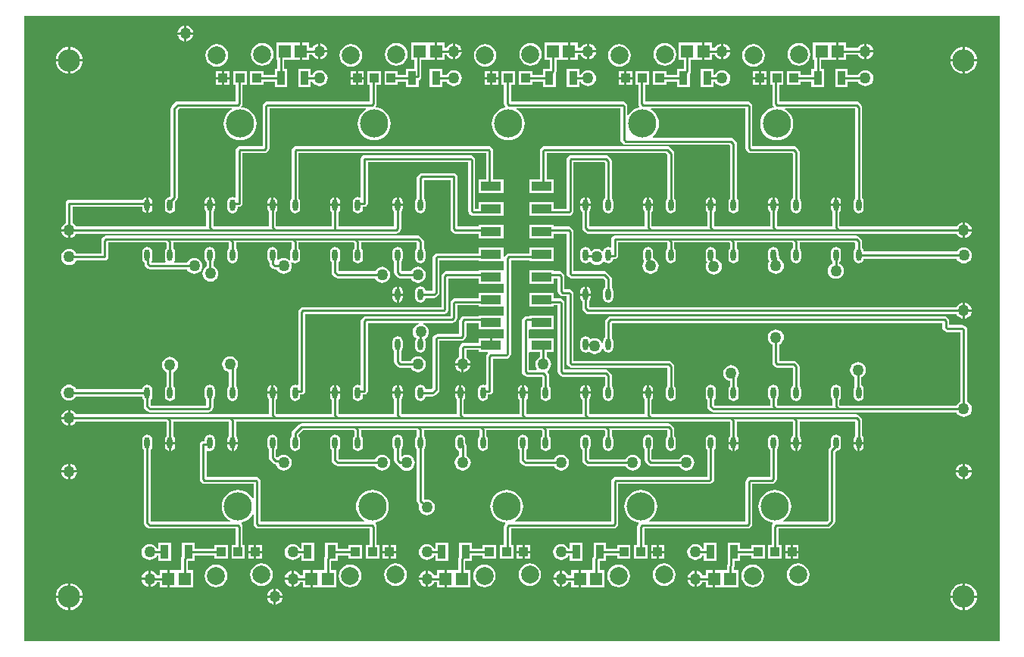
<source format=gtl>
G04*
G04 #@! TF.GenerationSoftware,Altium Limited,Altium Designer,21.1.1 (26)*
G04*
G04 Layer_Physical_Order=1*
G04 Layer_Color=255*
%FSLAX25Y25*%
%MOIN*%
G70*
G04*
G04 #@! TF.SameCoordinates,5D9DAD53-06A7-4B73-8655-5B298560343D*
G04*
G04*
G04 #@! TF.FilePolarity,Positive*
G04*
G01*
G75*
%ADD12C,0.01000*%
%ADD13R,0.03543X0.06102*%
%ADD14R,0.05500X0.05800*%
%ADD15O,0.02362X0.05118*%
%ADD16R,0.08740X0.04016*%
%ADD23R,0.03937X0.03937*%
%ADD24C,0.09843*%
%ADD25C,0.07874*%
%ADD26C,0.12402*%
%ADD27C,0.05000*%
G36*
X547244Y118110D02*
X118110D01*
Y393701D01*
X547244D01*
Y118110D01*
D02*
G37*
%LPC*%
G36*
X189476Y389291D02*
Y386327D01*
X192441D01*
X192386Y386740D01*
X192034Y387592D01*
X191473Y388323D01*
X190742Y388884D01*
X189890Y389237D01*
X189476Y389291D01*
D02*
G37*
G36*
X188476D02*
X188063Y389237D01*
X187211Y388884D01*
X186480Y388323D01*
X185919Y387592D01*
X185566Y386740D01*
X185512Y386327D01*
X188476D01*
Y389291D01*
D02*
G37*
G36*
X192441Y385327D02*
X189476D01*
Y382362D01*
X189890Y382417D01*
X190742Y382769D01*
X191473Y383330D01*
X192034Y384062D01*
X192386Y384913D01*
X192441Y385327D01*
D02*
G37*
G36*
X188476D02*
X185512D01*
X185566Y384913D01*
X185919Y384062D01*
X186480Y383330D01*
X187211Y382769D01*
X188063Y382417D01*
X188476Y382362D01*
Y385327D01*
D02*
G37*
G36*
X488689Y381417D02*
Y378453D01*
X491653D01*
X491599Y378866D01*
X491246Y379718D01*
X490685Y380449D01*
X489954Y381010D01*
X489103Y381363D01*
X488689Y381417D01*
D02*
G37*
G36*
X425697D02*
Y378453D01*
X428661D01*
X428607Y378866D01*
X428254Y379718D01*
X427693Y380449D01*
X426962Y381010D01*
X426111Y381363D01*
X425697Y381417D01*
D02*
G37*
G36*
X366642D02*
Y378453D01*
X369606D01*
X369552Y378866D01*
X369199Y379718D01*
X368638Y380449D01*
X367907Y381010D01*
X367055Y381363D01*
X366642Y381417D01*
D02*
G37*
G36*
X307587D02*
Y378453D01*
X310551D01*
X310496Y378866D01*
X310144Y379718D01*
X309583Y380449D01*
X308852Y381010D01*
X308000Y381363D01*
X307587Y381417D01*
D02*
G37*
G36*
X248532D02*
Y378453D01*
X251496D01*
X251441Y378866D01*
X251089Y379718D01*
X250528Y380449D01*
X249797Y381010D01*
X248945Y381363D01*
X248532Y381417D01*
D02*
G37*
G36*
X531996Y379916D02*
Y374516D01*
X537397D01*
X537332Y375177D01*
X536993Y376293D01*
X536443Y377321D01*
X535703Y378223D01*
X534802Y378963D01*
X533773Y379513D01*
X532657Y379851D01*
X531996Y379916D01*
D02*
G37*
G36*
X530996D02*
X530335Y379851D01*
X529219Y379513D01*
X528191Y378963D01*
X527289Y378223D01*
X526549Y377321D01*
X525999Y376293D01*
X525661Y375177D01*
X525595Y374516D01*
X530996D01*
Y379916D01*
D02*
G37*
G36*
X138295D02*
Y374516D01*
X143696D01*
X143631Y375177D01*
X143292Y376293D01*
X142743Y377321D01*
X142002Y378223D01*
X141101Y378963D01*
X140072Y379513D01*
X138956Y379851D01*
X138295Y379916D01*
D02*
G37*
G36*
X137295D02*
X136635Y379851D01*
X135518Y379513D01*
X134490Y378963D01*
X133588Y378223D01*
X132848Y377321D01*
X132298Y376293D01*
X131960Y375177D01*
X131895Y374516D01*
X137295D01*
Y379916D01*
D02*
G37*
G36*
X491653Y377453D02*
X488689D01*
Y374488D01*
X489103Y374543D01*
X489954Y374896D01*
X490685Y375457D01*
X491246Y376188D01*
X491599Y377039D01*
X491653Y377453D01*
D02*
G37*
G36*
X479737Y381853D02*
X476487D01*
Y377953D01*
Y374053D01*
X479737D01*
Y376423D01*
X485034D01*
X485132Y376188D01*
X485693Y375457D01*
X486424Y374896D01*
X487275Y374543D01*
X487689Y374488D01*
Y377953D01*
Y381417D01*
X487275Y381363D01*
X486424Y381010D01*
X485693Y380449D01*
X485132Y379718D01*
X485034Y379482D01*
X479737D01*
Y381853D01*
D02*
G37*
G36*
X428661Y377453D02*
X425697D01*
Y374488D01*
X426111Y374543D01*
X426962Y374896D01*
X427693Y375457D01*
X428254Y376188D01*
X428607Y377039D01*
X428661Y377453D01*
D02*
G37*
G36*
X420682Y381853D02*
X417432D01*
Y377953D01*
Y374053D01*
X420682D01*
Y376423D01*
X422042D01*
X422140Y376188D01*
X422701Y375457D01*
X423432Y374896D01*
X424283Y374543D01*
X424697Y374488D01*
Y377953D01*
Y381417D01*
X424283Y381363D01*
X423432Y381010D01*
X422701Y380449D01*
X422140Y379718D01*
X422042Y379482D01*
X420682D01*
Y381853D01*
D02*
G37*
G36*
X369606Y377453D02*
X366642D01*
Y374488D01*
X367055Y374543D01*
X367907Y374896D01*
X368638Y375457D01*
X369199Y376188D01*
X369552Y377039D01*
X369606Y377453D01*
D02*
G37*
G36*
X361627Y381853D02*
X358377D01*
Y377953D01*
Y374053D01*
X361627D01*
Y376423D01*
X362987D01*
X363085Y376188D01*
X363646Y375457D01*
X364377Y374896D01*
X365228Y374543D01*
X365642Y374488D01*
Y377953D01*
Y381417D01*
X365228Y381363D01*
X364377Y381010D01*
X363646Y380449D01*
X363085Y379718D01*
X362987Y379482D01*
X361627D01*
Y381853D01*
D02*
G37*
G36*
X310551Y377453D02*
X307587D01*
Y374488D01*
X308000Y374543D01*
X308852Y374896D01*
X309583Y375457D01*
X310144Y376188D01*
X310496Y377039D01*
X310551Y377453D01*
D02*
G37*
G36*
X302963Y381853D02*
X299713D01*
Y377953D01*
Y374053D01*
X302963D01*
Y376423D01*
X303932D01*
X304029Y376188D01*
X304590Y375457D01*
X305322Y374896D01*
X306173Y374543D01*
X306587Y374488D01*
Y377953D01*
Y381417D01*
X306173Y381363D01*
X305322Y381010D01*
X304590Y380449D01*
X304029Y379718D01*
X303932Y379482D01*
X302963D01*
Y381853D01*
D02*
G37*
G36*
X251496Y377453D02*
X248532D01*
Y374488D01*
X248945Y374543D01*
X249797Y374896D01*
X250528Y375457D01*
X251089Y376188D01*
X251441Y377039D01*
X251496Y377453D01*
D02*
G37*
G36*
X243517Y381853D02*
X240267D01*
Y377953D01*
Y374053D01*
X243517D01*
Y376423D01*
X244877D01*
X244974Y376188D01*
X245535Y375457D01*
X246266Y374896D01*
X247118Y374543D01*
X247532Y374488D01*
Y377953D01*
Y381417D01*
X247118Y381363D01*
X246266Y381010D01*
X245535Y380449D01*
X244974Y379718D01*
X244877Y379482D01*
X243517D01*
Y381853D01*
D02*
G37*
G36*
X458976Y381653D02*
X457688Y381483D01*
X456487Y380986D01*
X455455Y380194D01*
X454664Y379163D01*
X454166Y377962D01*
X453997Y376673D01*
X454166Y375384D01*
X454664Y374183D01*
X455455Y373152D01*
X456487Y372361D01*
X457688Y371863D01*
X458976Y371694D01*
X460265Y371863D01*
X461466Y372361D01*
X462498Y373152D01*
X463289Y374183D01*
X463786Y375384D01*
X463956Y376673D01*
X463786Y377962D01*
X463289Y379163D01*
X462498Y380194D01*
X461466Y380986D01*
X460265Y381483D01*
X458976Y381653D01*
D02*
G37*
G36*
X399921D02*
X398632Y381483D01*
X397431Y380986D01*
X396400Y380194D01*
X395609Y379163D01*
X395111Y377962D01*
X394942Y376673D01*
X395111Y375384D01*
X395609Y374183D01*
X396400Y373152D01*
X397431Y372361D01*
X398632Y371863D01*
X399921Y371694D01*
X401210Y371863D01*
X402411Y372361D01*
X403442Y373152D01*
X404234Y374183D01*
X404731Y375384D01*
X404901Y376673D01*
X404731Y377962D01*
X404234Y379163D01*
X403442Y380194D01*
X402411Y380986D01*
X401210Y381483D01*
X399921Y381653D01*
D02*
G37*
G36*
X340866D02*
X339577Y381483D01*
X338376Y380986D01*
X337345Y380194D01*
X336554Y379163D01*
X336056Y377962D01*
X335887Y376673D01*
X336056Y375384D01*
X336554Y374183D01*
X337345Y373152D01*
X338376Y372361D01*
X339577Y371863D01*
X340866Y371694D01*
X342155Y371863D01*
X343356Y372361D01*
X344387Y373152D01*
X345179Y374183D01*
X345676Y375384D01*
X345846Y376673D01*
X345676Y377962D01*
X345179Y379163D01*
X344387Y380194D01*
X343356Y380986D01*
X342155Y381483D01*
X340866Y381653D01*
D02*
G37*
G36*
X281811D02*
X280522Y381483D01*
X279321Y380986D01*
X278290Y380194D01*
X277499Y379163D01*
X277001Y377962D01*
X276831Y376673D01*
X277001Y375384D01*
X277499Y374183D01*
X278290Y373152D01*
X279321Y372361D01*
X280522Y371863D01*
X281811Y371694D01*
X283100Y371863D01*
X284301Y372361D01*
X285332Y373152D01*
X286123Y374183D01*
X286621Y375384D01*
X286791Y376673D01*
X286621Y377962D01*
X286123Y379163D01*
X285332Y380194D01*
X284301Y380986D01*
X283100Y381483D01*
X281811Y381653D01*
D02*
G37*
G36*
X222756D02*
X221467Y381483D01*
X220266Y380986D01*
X219235Y380194D01*
X218443Y379163D01*
X217946Y377962D01*
X217776Y376673D01*
X217946Y375384D01*
X218443Y374183D01*
X219235Y373152D01*
X220266Y372361D01*
X221467Y371863D01*
X222756Y371694D01*
X224045Y371863D01*
X225246Y372361D01*
X226277Y373152D01*
X227068Y374183D01*
X227566Y375384D01*
X227735Y376673D01*
X227566Y377962D01*
X227068Y379163D01*
X226277Y380194D01*
X225246Y380986D01*
X224045Y381483D01*
X222756Y381653D01*
D02*
G37*
G36*
X438976Y381121D02*
X437688Y380952D01*
X436487Y380454D01*
X435455Y379663D01*
X434664Y378631D01*
X434166Y377431D01*
X433997Y376142D01*
X434166Y374853D01*
X434664Y373652D01*
X435455Y372621D01*
X436487Y371829D01*
X437688Y371332D01*
X438976Y371162D01*
X440265Y371332D01*
X441466Y371829D01*
X442497Y372621D01*
X443289Y373652D01*
X443786Y374853D01*
X443956Y376142D01*
X443786Y377431D01*
X443289Y378631D01*
X442497Y379663D01*
X441466Y380454D01*
X440265Y380952D01*
X438976Y381121D01*
D02*
G37*
G36*
X379921D02*
X378632Y380952D01*
X377431Y380454D01*
X376400Y379663D01*
X375609Y378631D01*
X375111Y377431D01*
X374942Y376142D01*
X375111Y374853D01*
X375609Y373652D01*
X376400Y372621D01*
X377431Y371829D01*
X378632Y371332D01*
X379921Y371162D01*
X381210Y371332D01*
X382411Y371829D01*
X383442Y372621D01*
X384234Y373652D01*
X384731Y374853D01*
X384901Y376142D01*
X384731Y377431D01*
X384234Y378631D01*
X383442Y379663D01*
X382411Y380454D01*
X381210Y380952D01*
X379921Y381121D01*
D02*
G37*
G36*
X320866D02*
X319577Y380952D01*
X318376Y380454D01*
X317345Y379663D01*
X316554Y378631D01*
X316056Y377431D01*
X315886Y376142D01*
X316056Y374853D01*
X316554Y373652D01*
X317345Y372621D01*
X318376Y371829D01*
X319577Y371332D01*
X320866Y371162D01*
X322155Y371332D01*
X323356Y371829D01*
X324387Y372621D01*
X325179Y373652D01*
X325676Y374853D01*
X325846Y376142D01*
X325676Y377431D01*
X325179Y378631D01*
X324387Y379663D01*
X323356Y380454D01*
X322155Y380952D01*
X320866Y381121D01*
D02*
G37*
G36*
X261811D02*
X260522Y380952D01*
X259321Y380454D01*
X258290Y379663D01*
X257499Y378631D01*
X257001Y377431D01*
X256831Y376142D01*
X257001Y374853D01*
X257499Y373652D01*
X258290Y372621D01*
X259321Y371829D01*
X260522Y371332D01*
X261811Y371162D01*
X263100Y371332D01*
X264301Y371829D01*
X265332Y372621D01*
X266124Y373652D01*
X266621Y374853D01*
X266791Y376142D01*
X266621Y377431D01*
X266124Y378631D01*
X265332Y379663D01*
X264301Y380454D01*
X263100Y380952D01*
X261811Y381121D01*
D02*
G37*
G36*
X202756D02*
X201467Y380952D01*
X200266Y380454D01*
X199235Y379663D01*
X198443Y378631D01*
X197946Y377431D01*
X197776Y376142D01*
X197946Y374853D01*
X198443Y373652D01*
X199235Y372621D01*
X200266Y371829D01*
X201467Y371332D01*
X202756Y371162D01*
X204045Y371332D01*
X205246Y371829D01*
X206277Y372621D01*
X207068Y373652D01*
X207566Y374853D01*
X207735Y376142D01*
X207566Y377431D01*
X207068Y378631D01*
X206277Y379663D01*
X205246Y380454D01*
X204045Y380952D01*
X202756Y381121D01*
D02*
G37*
G36*
X537397Y373516D02*
X531996D01*
Y368115D01*
X532657Y368180D01*
X533773Y368519D01*
X534802Y369069D01*
X535703Y369809D01*
X536443Y370710D01*
X536993Y371739D01*
X537332Y372855D01*
X537397Y373516D01*
D02*
G37*
G36*
X530996D02*
X525595D01*
X525661Y372855D01*
X525999Y371739D01*
X526549Y370710D01*
X527289Y369809D01*
X528191Y369069D01*
X529219Y368519D01*
X530335Y368180D01*
X530996Y368115D01*
Y373516D01*
D02*
G37*
G36*
X143696D02*
X138295D01*
Y368115D01*
X138956Y368180D01*
X140072Y368519D01*
X141101Y369069D01*
X142002Y369809D01*
X142743Y370710D01*
X143292Y371739D01*
X143631Y372855D01*
X143696Y373516D01*
D02*
G37*
G36*
X137295D02*
X131895D01*
X131960Y372855D01*
X132298Y371739D01*
X132848Y370710D01*
X133588Y369809D01*
X134490Y369069D01*
X135518Y368519D01*
X136635Y368180D01*
X137295Y368115D01*
Y373516D01*
D02*
G37*
G36*
X475487Y381853D02*
X465144D01*
Y374053D01*
X465695D01*
Y370193D01*
X464453D01*
Y367671D01*
X459661D01*
Y369110D01*
X453724D01*
Y363173D01*
X459661D01*
Y364612D01*
X464453D01*
Y362090D01*
X469996D01*
Y370193D01*
X468754D01*
Y374053D01*
X475487D01*
Y377953D01*
Y381853D01*
D02*
G37*
G36*
X416432D02*
X406089D01*
Y374053D01*
X408310D01*
Y370193D01*
X405398D01*
Y367671D01*
X400606D01*
Y369110D01*
X394669D01*
Y363173D01*
X400606D01*
Y364612D01*
X405398D01*
Y362090D01*
X410941D01*
Y368040D01*
X411252Y368506D01*
X411369Y369091D01*
Y374053D01*
X416432D01*
Y377953D01*
Y381853D01*
D02*
G37*
G36*
X357377D02*
X347034D01*
Y374053D01*
X349255D01*
Y370193D01*
X346342D01*
Y367671D01*
X341551D01*
Y369110D01*
X335614D01*
Y363173D01*
X341551D01*
Y364612D01*
X346342D01*
Y362090D01*
X351886D01*
Y368040D01*
X352197Y368506D01*
X352314Y369091D01*
Y374053D01*
X357377D01*
Y377953D01*
Y381853D01*
D02*
G37*
G36*
X298713D02*
X288370D01*
Y374053D01*
X289809D01*
Y370193D01*
X286008D01*
Y367671D01*
X282496D01*
Y369110D01*
X276559D01*
Y363173D01*
X282496D01*
Y364612D01*
X286008D01*
Y362090D01*
X291551D01*
Y365240D01*
X291924Y365315D01*
X292420Y365646D01*
X292752Y366142D01*
X292868Y366727D01*
Y374053D01*
X298713D01*
Y377953D01*
Y381853D01*
D02*
G37*
G36*
X239267D02*
X228924D01*
Y374053D01*
X229474D01*
Y370193D01*
X228232D01*
Y367671D01*
X223441D01*
Y369110D01*
X217504D01*
Y363173D01*
X223441D01*
Y364612D01*
X228232D01*
Y362090D01*
X233776D01*
Y370193D01*
X232533D01*
Y374053D01*
X239267D01*
Y377953D01*
Y381853D01*
D02*
G37*
G36*
X444701Y369110D02*
X442232D01*
Y366642D01*
X444701D01*
Y369110D01*
D02*
G37*
G36*
X326590D02*
X324122D01*
Y366642D01*
X326590D01*
Y369110D01*
D02*
G37*
G36*
X267535D02*
X265067D01*
Y366642D01*
X267535D01*
Y369110D01*
D02*
G37*
G36*
X208480D02*
X206012D01*
Y366642D01*
X208480D01*
Y369110D01*
D02*
G37*
G36*
X385646D02*
X383177D01*
Y366642D01*
X385646D01*
Y369110D01*
D02*
G37*
G36*
X441232D02*
X438764D01*
Y366642D01*
X441232D01*
Y369110D01*
D02*
G37*
G36*
X382177D02*
X379709D01*
Y366642D01*
X382177D01*
Y369110D01*
D02*
G37*
G36*
X323122D02*
X320654D01*
Y366642D01*
X323122D01*
Y369110D01*
D02*
G37*
G36*
X264067D02*
X261598D01*
Y366642D01*
X264067D01*
Y369110D01*
D02*
G37*
G36*
X205012D02*
X202543D01*
Y366642D01*
X205012D01*
Y369110D01*
D02*
G37*
G36*
X444701Y365642D02*
X442232D01*
Y363173D01*
X444701D01*
Y365642D01*
D02*
G37*
G36*
X441232D02*
X438764D01*
Y363173D01*
X441232D01*
Y365642D01*
D02*
G37*
G36*
X385646D02*
X383177D01*
Y363173D01*
X385646D01*
Y365642D01*
D02*
G37*
G36*
X382177D02*
X379709D01*
Y363173D01*
X382177D01*
Y365642D01*
D02*
G37*
G36*
X326590D02*
X324122D01*
Y363173D01*
X326590D01*
Y365642D01*
D02*
G37*
G36*
X323122D02*
X320654D01*
Y363173D01*
X323122D01*
Y365642D01*
D02*
G37*
G36*
X267535D02*
X265067D01*
Y363173D01*
X267535D01*
Y365642D01*
D02*
G37*
G36*
X264067D02*
X261598D01*
Y363173D01*
X264067D01*
Y365642D01*
D02*
G37*
G36*
X208480D02*
X206012D01*
Y363173D01*
X208480D01*
Y365642D01*
D02*
G37*
G36*
X205012D02*
X202543D01*
Y363173D01*
X205012D01*
Y365642D01*
D02*
G37*
G36*
X480429Y370193D02*
X474886D01*
Y362090D01*
X480429D01*
Y364612D01*
X485034D01*
X485132Y364377D01*
X485693Y363646D01*
X486424Y363085D01*
X487275Y362732D01*
X488189Y362612D01*
X489103Y362732D01*
X489954Y363085D01*
X490685Y363646D01*
X491246Y364377D01*
X491599Y365228D01*
X491719Y366142D01*
X491599Y367055D01*
X491246Y367907D01*
X490685Y368638D01*
X489954Y369199D01*
X489103Y369552D01*
X488189Y369672D01*
X487275Y369552D01*
X486424Y369199D01*
X485693Y368638D01*
X485132Y367907D01*
X485034Y367671D01*
X480429D01*
Y370193D01*
D02*
G37*
G36*
X421374D02*
X415831D01*
Y362090D01*
X421374D01*
Y364612D01*
X422042D01*
X422140Y364377D01*
X422701Y363646D01*
X423432Y363085D01*
X424283Y362732D01*
X425197Y362612D01*
X426111Y362732D01*
X426962Y363085D01*
X427693Y363646D01*
X428254Y364377D01*
X428607Y365228D01*
X428727Y366142D01*
X428607Y367055D01*
X428254Y367907D01*
X427693Y368638D01*
X426962Y369199D01*
X426111Y369552D01*
X425197Y369672D01*
X424283Y369552D01*
X423432Y369199D01*
X422701Y368638D01*
X422140Y367907D01*
X422042Y367671D01*
X421374D01*
Y370193D01*
D02*
G37*
G36*
X362319D02*
X356776D01*
Y362090D01*
X362319D01*
Y364612D01*
X362987D01*
X363085Y364377D01*
X363646Y363646D01*
X364377Y363085D01*
X365228Y362732D01*
X366142Y362612D01*
X367055Y362732D01*
X367907Y363085D01*
X368638Y363646D01*
X369199Y364377D01*
X369552Y365228D01*
X369672Y366142D01*
X369552Y367055D01*
X369199Y367907D01*
X368638Y368638D01*
X367907Y369199D01*
X367055Y369552D01*
X366142Y369672D01*
X365228Y369552D01*
X364377Y369199D01*
X363646Y368638D01*
X363085Y367907D01*
X362987Y367671D01*
X362319D01*
Y370193D01*
D02*
G37*
G36*
X301984D02*
X296441D01*
Y362090D01*
X301984D01*
Y364612D01*
X303932D01*
X304029Y364377D01*
X304590Y363646D01*
X305322Y363085D01*
X306173Y362732D01*
X307087Y362612D01*
X308000Y362732D01*
X308852Y363085D01*
X309583Y363646D01*
X310144Y364377D01*
X310496Y365228D01*
X310617Y366142D01*
X310496Y367055D01*
X310144Y367907D01*
X309583Y368638D01*
X308852Y369199D01*
X308000Y369552D01*
X307087Y369672D01*
X306173Y369552D01*
X305322Y369199D01*
X304590Y368638D01*
X304029Y367907D01*
X303932Y367671D01*
X301984D01*
Y370193D01*
D02*
G37*
G36*
X244209D02*
X238665D01*
Y362090D01*
X244209D01*
Y364612D01*
X244877D01*
X244974Y364377D01*
X245535Y363646D01*
X246266Y363085D01*
X247118Y362732D01*
X248031Y362612D01*
X248945Y362732D01*
X249797Y363085D01*
X250528Y363646D01*
X251089Y364377D01*
X251441Y365228D01*
X251562Y366142D01*
X251441Y367055D01*
X251089Y367907D01*
X250528Y368638D01*
X249797Y369199D01*
X248945Y369552D01*
X248031Y369672D01*
X247118Y369552D01*
X246266Y369199D01*
X245535Y368638D01*
X244974Y367907D01*
X244877Y367671D01*
X244209D01*
Y370193D01*
D02*
G37*
G36*
X393126Y369110D02*
X387189D01*
Y363173D01*
X388234D01*
Y354917D01*
X388351Y354331D01*
X388682Y353835D01*
X388846Y353672D01*
X388785Y353360D01*
X388673Y353137D01*
X387388Y352748D01*
X386138Y352079D01*
X385041Y351179D01*
X384141Y350083D01*
X383919Y349667D01*
X383419Y349793D01*
Y353745D01*
X383303Y354330D01*
X382971Y354826D01*
X382385Y355412D01*
X381889Y355744D01*
X381304Y355860D01*
X332238D01*
Y363173D01*
X334071D01*
Y369110D01*
X328134D01*
Y363173D01*
X329179D01*
Y354917D01*
X329296Y354331D01*
X329627Y353835D01*
X329790Y353672D01*
X329730Y353360D01*
X329618Y353137D01*
X328333Y352748D01*
X327082Y352079D01*
X325986Y351179D01*
X325086Y350083D01*
X324417Y348832D01*
X324006Y347475D01*
X323867Y346063D01*
X324006Y344651D01*
X324417Y343294D01*
X325086Y342043D01*
X325986Y340947D01*
X327082Y340047D01*
X328333Y339378D01*
X329691Y338966D01*
X331102Y338827D01*
X332514Y338966D01*
X333871Y339378D01*
X335122Y340047D01*
X336219Y340947D01*
X337119Y342043D01*
X337787Y343294D01*
X338199Y344651D01*
X338338Y346063D01*
X338199Y347475D01*
X337787Y348832D01*
X337119Y350083D01*
X336219Y351179D01*
X335122Y352079D01*
X334707Y352301D01*
X334832Y352801D01*
X380360D01*
Y339169D01*
X380477Y338583D01*
X380808Y338087D01*
X381615Y337281D01*
X382111Y336949D01*
X382696Y336833D01*
X428280D01*
X428667Y336445D01*
Y313215D01*
X428624Y313187D01*
X428142Y312465D01*
X427973Y311614D01*
Y308858D01*
X428142Y308007D01*
X428624Y307286D01*
X429346Y306804D01*
X430197Y306634D01*
X431048Y306804D01*
X431769Y307286D01*
X432251Y308007D01*
X432421Y308858D01*
Y311614D01*
X432251Y312465D01*
X431769Y313187D01*
X431726Y313215D01*
Y337079D01*
X431610Y337664D01*
X431278Y338160D01*
X429995Y339444D01*
X429499Y339775D01*
X428913Y339892D01*
X394776D01*
X394598Y340392D01*
X395274Y340947D01*
X396174Y342043D01*
X396842Y343294D01*
X397254Y344651D01*
X397393Y346063D01*
X397254Y347475D01*
X396842Y348832D01*
X396174Y350083D01*
X395274Y351179D01*
X394177Y352079D01*
X393762Y352301D01*
X393887Y352801D01*
X435478D01*
Y335231D01*
X435595Y334646D01*
X435926Y334150D01*
X436512Y333564D01*
X437008Y333233D01*
X437594Y333116D01*
X456059D01*
X456226Y332949D01*
Y313215D01*
X456183Y313187D01*
X455701Y312465D01*
X455532Y311614D01*
Y308858D01*
X455701Y308007D01*
X456183Y307286D01*
X456905Y306804D01*
X457756Y306634D01*
X458607Y306804D01*
X459328Y307286D01*
X459810Y308007D01*
X459980Y308858D01*
Y311614D01*
X459810Y312465D01*
X459328Y313187D01*
X459285Y313215D01*
Y333583D01*
X459169Y334168D01*
X458837Y334664D01*
X457774Y335727D01*
X457278Y336059D01*
X456693Y336175D01*
X438537D01*
Y353745D01*
X438421Y354330D01*
X438089Y354826D01*
X437503Y355412D01*
X437007Y355744D01*
X436422Y355860D01*
X391293D01*
Y363173D01*
X393126D01*
Y369110D01*
D02*
G37*
G36*
X275016D02*
X269079D01*
Y363173D01*
X270124D01*
Y355860D01*
X224995D01*
X224410Y355744D01*
X223914Y355412D01*
X223328Y354826D01*
X222996Y354330D01*
X222880Y353745D01*
Y336175D01*
X213184D01*
X212599Y336059D01*
X212103Y335727D01*
X211517Y335141D01*
X211186Y334645D01*
X211069Y334060D01*
Y313869D01*
X210628Y313633D01*
X210575Y313669D01*
X209724Y313838D01*
X208873Y313669D01*
X208152Y313187D01*
X207670Y312465D01*
X207501Y311614D01*
Y308858D01*
X207670Y308007D01*
X208152Y307286D01*
X208873Y306804D01*
X209724Y306634D01*
X210575Y306804D01*
X211297Y307286D01*
X211779Y308007D01*
X211948Y308858D01*
Y309494D01*
X212598D01*
X213184Y309611D01*
X213680Y309942D01*
X214011Y310438D01*
X214128Y311024D01*
Y333116D01*
X223824D01*
X224409Y333233D01*
X224905Y333564D01*
X225491Y334150D01*
X225822Y334646D01*
X225939Y335231D01*
Y352801D01*
X268318D01*
X268443Y352301D01*
X268027Y352079D01*
X266931Y351179D01*
X266031Y350083D01*
X265362Y348832D01*
X264951Y347475D01*
X264812Y346063D01*
X264951Y344651D01*
X265362Y343294D01*
X266031Y342043D01*
X266931Y340947D01*
X268027Y340047D01*
X269278Y339378D01*
X270636Y338966D01*
X272047Y338827D01*
X273459Y338966D01*
X274816Y339378D01*
X276067Y340047D01*
X277164Y340947D01*
X278063Y342043D01*
X278732Y343294D01*
X279144Y344651D01*
X279283Y346063D01*
X279144Y347475D01*
X278732Y348832D01*
X278063Y350083D01*
X277164Y351179D01*
X276067Y352079D01*
X274816Y352748D01*
X273459Y353160D01*
X272767Y353228D01*
X272598Y353698D01*
X272735Y353835D01*
X273066Y354331D01*
X273183Y354917D01*
Y363173D01*
X275016D01*
Y369110D01*
D02*
G37*
G36*
X215961D02*
X210024D01*
Y363173D01*
X211069D01*
Y355860D01*
X185625D01*
X185040Y355744D01*
X184544Y355412D01*
X182944Y353813D01*
X182613Y353316D01*
X182496Y352731D01*
Y314179D01*
X182153Y313836D01*
X181314Y313669D01*
X180593Y313187D01*
X180111Y312465D01*
X179941Y311614D01*
Y308858D01*
X180111Y308007D01*
X180593Y307286D01*
X181314Y306804D01*
X182165Y306634D01*
X183016Y306804D01*
X183738Y307286D01*
X184220Y308007D01*
X184389Y308858D01*
Y311614D01*
X184367Y311724D01*
X185107Y312464D01*
X185439Y312960D01*
X185555Y313546D01*
Y352098D01*
X186259Y352801D01*
X209263D01*
X209388Y352301D01*
X208972Y352079D01*
X207876Y351179D01*
X206976Y350083D01*
X206307Y348832D01*
X205895Y347475D01*
X205756Y346063D01*
X205895Y344651D01*
X206307Y343294D01*
X206976Y342043D01*
X207876Y340947D01*
X208972Y340047D01*
X210223Y339378D01*
X211580Y338966D01*
X212992Y338827D01*
X214404Y338966D01*
X215761Y339378D01*
X217012Y340047D01*
X218109Y340947D01*
X219008Y342043D01*
X219677Y343294D01*
X220089Y344651D01*
X220228Y346063D01*
X220089Y347475D01*
X219677Y348832D01*
X219008Y350083D01*
X218109Y351179D01*
X217012Y352079D01*
X215761Y352748D01*
X214404Y353160D01*
X213712Y353228D01*
X213543Y353698D01*
X213680Y353835D01*
X214011Y354331D01*
X214128Y354917D01*
Y363173D01*
X215961D01*
Y369110D01*
D02*
G37*
G36*
X322249Y336175D02*
X237869D01*
X237284Y336059D01*
X236788Y335727D01*
X236202Y335141D01*
X235871Y334645D01*
X235754Y334060D01*
Y313215D01*
X235711Y313187D01*
X235229Y312465D01*
X235060Y311614D01*
Y308858D01*
X235229Y308007D01*
X235711Y307286D01*
X236432Y306804D01*
X237283Y306634D01*
X238135Y306804D01*
X238856Y307286D01*
X239338Y308007D01*
X239507Y308858D01*
Y311614D01*
X239338Y312465D01*
X238856Y313187D01*
X238813Y313215D01*
Y333116D01*
X321305D01*
Y321472D01*
X318154D01*
Y315457D01*
X328894D01*
Y321472D01*
X324364D01*
Y334060D01*
X324248Y334645D01*
X323916Y335141D01*
X323330Y335727D01*
X322834Y336059D01*
X322249Y336175D01*
D02*
G37*
G36*
X448256Y313738D02*
Y310736D01*
X449980D01*
Y311614D01*
X449811Y312465D01*
X449328Y313187D01*
X448607Y313669D01*
X448256Y313738D01*
D02*
G37*
G36*
X172665D02*
Y310736D01*
X174389D01*
Y311614D01*
X174220Y312465D01*
X173738Y313187D01*
X173016Y313669D01*
X172665Y313738D01*
D02*
G37*
G36*
X447256D02*
X446905Y313669D01*
X446183Y313187D01*
X445701Y312465D01*
X445532Y311614D01*
Y310736D01*
X447256D01*
Y313738D01*
D02*
G37*
G36*
X475815D02*
Y310736D01*
X477539D01*
Y311614D01*
X477369Y312465D01*
X476887Y313187D01*
X476166Y313669D01*
X475815Y313738D01*
D02*
G37*
G36*
X393138D02*
Y310736D01*
X394862D01*
Y311614D01*
X394692Y312465D01*
X394210Y313187D01*
X393489Y313669D01*
X393138Y313738D01*
D02*
G37*
G36*
X255343D02*
Y310736D01*
X257066D01*
Y311614D01*
X256897Y312465D01*
X256415Y313187D01*
X255694Y313669D01*
X255343Y313738D01*
D02*
G37*
G36*
X227783D02*
Y310736D01*
X229507D01*
Y311614D01*
X229338Y312465D01*
X228856Y313187D01*
X228134Y313669D01*
X227783Y313738D01*
D02*
G37*
G36*
X474815D02*
X474464Y313669D01*
X473742Y313187D01*
X473260Y312465D01*
X473091Y311614D01*
Y310736D01*
X474815D01*
Y313738D01*
D02*
G37*
G36*
X392138D02*
X391787Y313669D01*
X391065Y313187D01*
X390583Y312465D01*
X390414Y311614D01*
Y310736D01*
X392138D01*
Y313738D01*
D02*
G37*
G36*
X254343D02*
X253992Y313669D01*
X253270Y313187D01*
X252788Y312465D01*
X252619Y311614D01*
Y310736D01*
X254343D01*
Y313738D01*
D02*
G37*
G36*
X226783D02*
X226432Y313669D01*
X225711Y313187D01*
X225229Y312465D01*
X225060Y311614D01*
Y310736D01*
X226783D01*
Y313738D01*
D02*
G37*
G36*
X420697D02*
Y310736D01*
X422421D01*
Y311614D01*
X422251Y312465D01*
X421769Y313187D01*
X421048Y313669D01*
X420697Y313738D01*
D02*
G37*
G36*
X282902D02*
Y310736D01*
X284625D01*
Y311614D01*
X284456Y312465D01*
X283974Y313187D01*
X283253Y313669D01*
X282902Y313738D01*
D02*
G37*
G36*
X200224D02*
Y310736D01*
X201948D01*
Y311614D01*
X201779Y312465D01*
X201297Y313187D01*
X200575Y313669D01*
X200224Y313738D01*
D02*
G37*
G36*
X419697D02*
X419346Y313669D01*
X418624Y313187D01*
X418142Y312465D01*
X417973Y311614D01*
Y310736D01*
X419697D01*
Y313738D01*
D02*
G37*
G36*
X281902D02*
X281551Y313669D01*
X280829Y313187D01*
X280347Y312465D01*
X280178Y311614D01*
Y310736D01*
X281902D01*
Y313738D01*
D02*
G37*
G36*
X199224D02*
X198873Y313669D01*
X198152Y313187D01*
X197670Y312465D01*
X197501Y311614D01*
Y310736D01*
X199224D01*
Y313738D01*
D02*
G37*
G36*
X365579Y313738D02*
Y310736D01*
X367303D01*
Y311614D01*
X367133Y312465D01*
X366651Y313187D01*
X365930Y313669D01*
X365579Y313738D01*
D02*
G37*
G36*
X364579Y313738D02*
X364228Y313669D01*
X363506Y313187D01*
X363024Y312465D01*
X362855Y311614D01*
Y310736D01*
X364579D01*
Y313738D01*
D02*
G37*
G36*
X174389Y309736D02*
X172665D01*
Y306734D01*
X173016Y306804D01*
X173738Y307286D01*
X174220Y308007D01*
X174389Y308858D01*
Y309736D01*
D02*
G37*
G36*
X452181Y369110D02*
X446244D01*
Y363173D01*
X447290D01*
Y354917D01*
X447406Y354331D01*
X447738Y353835D01*
X447901Y353672D01*
X447840Y353360D01*
X447728Y353137D01*
X446444Y352748D01*
X445193Y352079D01*
X444096Y351179D01*
X443196Y350083D01*
X442528Y348832D01*
X442116Y347475D01*
X441977Y346063D01*
X442116Y344651D01*
X442528Y343294D01*
X443196Y342043D01*
X444096Y340947D01*
X445193Y340047D01*
X446444Y339378D01*
X447801Y338966D01*
X449213Y338827D01*
X450624Y338966D01*
X451981Y339378D01*
X453232Y340047D01*
X454329Y340947D01*
X455229Y342043D01*
X455897Y343294D01*
X456309Y344651D01*
X456448Y346063D01*
X456309Y347475D01*
X455897Y348832D01*
X455229Y350083D01*
X454329Y351179D01*
X453232Y352079D01*
X452817Y352301D01*
X452942Y352801D01*
X483618D01*
X483786Y352634D01*
Y313215D01*
X483743Y313187D01*
X483260Y312465D01*
X483091Y311614D01*
Y308858D01*
X483260Y308007D01*
X483743Y307286D01*
X484464Y306804D01*
X485315Y306634D01*
X486166Y306804D01*
X486887Y307286D01*
X487369Y308007D01*
X487539Y308858D01*
Y311614D01*
X487369Y312465D01*
X486887Y313187D01*
X486844Y313215D01*
Y353268D01*
X486728Y353853D01*
X486396Y354349D01*
X485333Y355412D01*
X484837Y355744D01*
X484252Y355860D01*
X450348D01*
Y363173D01*
X452181D01*
Y369110D01*
D02*
G37*
G36*
X400989Y336175D02*
X347042D01*
X346457Y336059D01*
X345961Y335727D01*
X345375Y335141D01*
X345044Y334645D01*
X344927Y334060D01*
Y321472D01*
X340398D01*
Y315457D01*
X351138D01*
Y321472D01*
X347986D01*
Y333116D01*
X400355D01*
X401108Y332363D01*
Y313215D01*
X401065Y313187D01*
X400583Y312465D01*
X400414Y311614D01*
Y308858D01*
X400583Y308007D01*
X401065Y307286D01*
X401787Y306804D01*
X402638Y306634D01*
X403489Y306804D01*
X404210Y307286D01*
X404692Y308007D01*
X404862Y308858D01*
Y311614D01*
X404692Y312465D01*
X404210Y313187D01*
X404167Y313215D01*
Y332997D01*
X404051Y333582D01*
X403719Y334078D01*
X402070Y335727D01*
X401574Y336059D01*
X400989Y336175D01*
D02*
G37*
G36*
X374016Y332238D02*
X358854D01*
X358268Y332122D01*
X357772Y331790D01*
X357186Y331204D01*
X356855Y330708D01*
X356738Y330123D01*
Y308616D01*
X351138D01*
Y311472D01*
X340398D01*
Y305457D01*
X351138D01*
Y305557D01*
X357682D01*
X358267Y305674D01*
X358763Y306005D01*
X359349Y306591D01*
X359681Y307087D01*
X359797Y307672D01*
Y329179D01*
X373382D01*
X373549Y329012D01*
Y313215D01*
X373506Y313187D01*
X373024Y312465D01*
X372855Y311614D01*
Y308858D01*
X373024Y308007D01*
X373506Y307286D01*
X374228Y306804D01*
X375079Y306634D01*
X375930Y306804D01*
X376651Y307286D01*
X377133Y308007D01*
X377303Y308858D01*
Y311614D01*
X377133Y312465D01*
X376651Y313187D01*
X376608Y313215D01*
Y329646D01*
X376492Y330231D01*
X376160Y330727D01*
X375097Y331790D01*
X374601Y332122D01*
X374016Y332238D01*
D02*
G37*
G36*
X314375D02*
X267717D01*
X267131Y332122D01*
X266635Y331790D01*
X266304Y331294D01*
X266187Y330709D01*
Y313869D01*
X265746Y313633D01*
X265693Y313669D01*
X264843Y313838D01*
X263991Y313669D01*
X263270Y313187D01*
X262788Y312465D01*
X262619Y311614D01*
Y308858D01*
X262788Y308007D01*
X263270Y307286D01*
X263991Y306804D01*
X264843Y306634D01*
X265693Y306804D01*
X266415Y307286D01*
X266897Y308007D01*
X267066Y308858D01*
Y309494D01*
X267717D01*
X268302Y309611D01*
X268798Y309942D01*
X269129Y310438D01*
X269246Y311024D01*
Y329179D01*
X313431D01*
Y307672D01*
X313548Y307087D01*
X313879Y306591D01*
X314465Y306005D01*
X314961Y305674D01*
X315546Y305557D01*
X318154D01*
Y305457D01*
X328894D01*
Y311472D01*
X318154D01*
Y308616D01*
X316490D01*
Y330123D01*
X316374Y330708D01*
X316042Y331204D01*
X315456Y331790D01*
X314960Y332122D01*
X314375Y332238D01*
D02*
G37*
G36*
X449980Y309736D02*
X447756D01*
X445532D01*
Y308858D01*
X445701Y308007D01*
X446183Y307286D01*
X446227Y307257D01*
Y300742D01*
X421893D01*
X421726Y300909D01*
Y307257D01*
X421769Y307286D01*
X422251Y308007D01*
X422421Y308858D01*
Y309736D01*
X420197D01*
X417973D01*
Y308858D01*
X418142Y308007D01*
X418624Y307286D01*
X418668Y307257D01*
Y300742D01*
X394334D01*
X394167Y300909D01*
Y307257D01*
X394210Y307286D01*
X394692Y308007D01*
X394862Y308858D01*
Y309736D01*
X392638D01*
X390414D01*
Y308858D01*
X390583Y308007D01*
X391065Y307286D01*
X391108Y307257D01*
Y300742D01*
X366775D01*
X366608Y300909D01*
Y307257D01*
X366651Y307286D01*
X367133Y308007D01*
X367303Y308858D01*
Y309736D01*
X365079D01*
X362855D01*
Y308858D01*
X363024Y308007D01*
X363506Y307286D01*
X363549Y307257D01*
Y300276D01*
X363666Y299690D01*
X363997Y299194D01*
X365060Y298131D01*
X365556Y297800D01*
X366142Y297683D01*
X528341D01*
X528439Y297447D01*
X529000Y296716D01*
X529731Y296155D01*
X530582Y295803D01*
X530996Y295748D01*
Y299213D01*
Y302677D01*
X530582Y302623D01*
X529731Y302270D01*
X529000Y301709D01*
X528439Y300978D01*
X528341Y300742D01*
X477011D01*
X476844Y300909D01*
Y307257D01*
X476887Y307286D01*
X477369Y308007D01*
X477539Y308858D01*
Y309736D01*
X475315D01*
X473091D01*
Y308858D01*
X473260Y308007D01*
X473742Y307286D01*
X473786Y307257D01*
Y300742D01*
X449452D01*
X449285Y300909D01*
Y307257D01*
X449328Y307286D01*
X449811Y308007D01*
X449980Y308858D01*
Y309736D01*
D02*
G37*
G36*
X531996Y302677D02*
Y299713D01*
X534960D01*
X534906Y300126D01*
X534553Y300978D01*
X533992Y301709D01*
X533261Y302270D01*
X532410Y302623D01*
X531996Y302677D01*
D02*
G37*
G36*
X534960Y298713D02*
X531996D01*
Y295748D01*
X532410Y295803D01*
X533261Y296155D01*
X533992Y296716D01*
X534553Y297447D01*
X534906Y298299D01*
X534960Y298713D01*
D02*
G37*
G36*
X171665Y313738D02*
X171314Y313669D01*
X170593Y313187D01*
X170169Y312553D01*
X137795D01*
X137210Y312437D01*
X136714Y312105D01*
X136382Y311609D01*
X136266Y311024D01*
Y302367D01*
X136030Y302270D01*
X135299Y301709D01*
X134738Y300978D01*
X134385Y300126D01*
X134331Y299713D01*
X137795D01*
Y299213D01*
X138295D01*
Y295748D01*
X138709Y295803D01*
X139560Y296155D01*
X140292Y296716D01*
X140852Y297447D01*
X140950Y297683D01*
X281816D01*
X282401Y297800D01*
X282897Y298131D01*
X283483Y298717D01*
X283815Y299213D01*
X283931Y299798D01*
Y307257D01*
X283974Y307286D01*
X284456Y308007D01*
X284625Y308858D01*
Y309736D01*
X282402D01*
X280178D01*
Y308858D01*
X280347Y308007D01*
X280829Y307286D01*
X280872Y307257D01*
Y300742D01*
X256372D01*
Y307257D01*
X256415Y307286D01*
X256897Y308007D01*
X257066Y308858D01*
Y309736D01*
X254842D01*
X252619D01*
Y308858D01*
X252788Y308007D01*
X253270Y307286D01*
X253313Y307257D01*
Y300742D01*
X228980D01*
X228813Y300909D01*
Y307257D01*
X228856Y307286D01*
X229338Y308007D01*
X229507Y308858D01*
Y309736D01*
X227284D01*
X225060D01*
Y308858D01*
X225229Y308007D01*
X225711Y307286D01*
X225754Y307257D01*
Y300742D01*
X201421D01*
X201254Y300909D01*
Y307257D01*
X201297Y307286D01*
X201779Y308007D01*
X201948Y308858D01*
Y309736D01*
X199724D01*
X197501D01*
Y308858D01*
X197670Y308007D01*
X198152Y307286D01*
X198195Y307257D01*
Y300742D01*
X140950D01*
X140852Y300978D01*
X140292Y301709D01*
X139560Y302270D01*
X139325Y302367D01*
Y309494D01*
X169941D01*
Y308858D01*
X170111Y308007D01*
X170593Y307286D01*
X171314Y306804D01*
X171665Y306734D01*
Y310236D01*
Y313738D01*
D02*
G37*
G36*
X137295Y298713D02*
X134331D01*
X134385Y298299D01*
X134738Y297447D01*
X135299Y296716D01*
X136030Y296155D01*
X136882Y295803D01*
X137295Y295748D01*
Y298713D01*
D02*
G37*
G36*
X307087Y324364D02*
X292987D01*
X292402Y324248D01*
X291906Y323916D01*
X291320Y323330D01*
X290989Y322834D01*
X290872Y322249D01*
Y313215D01*
X290829Y313187D01*
X290347Y312465D01*
X290178Y311614D01*
Y308858D01*
X290347Y308007D01*
X290829Y307286D01*
X291551Y306804D01*
X292402Y306634D01*
X293253Y306804D01*
X293974Y307286D01*
X294456Y308007D01*
X294625Y308858D01*
Y311614D01*
X294456Y312465D01*
X293974Y313187D01*
X293931Y313215D01*
Y321305D01*
X305557D01*
Y299798D01*
X305674Y299213D01*
X306005Y298717D01*
X306591Y298131D01*
X307087Y297800D01*
X307672Y297683D01*
X318154D01*
Y295457D01*
X328894D01*
Y301472D01*
X318154D01*
Y300742D01*
X308616D01*
Y322835D01*
X308500Y323420D01*
X308168Y323916D01*
X307672Y324248D01*
X307087Y324364D01*
D02*
G37*
G36*
X351138Y291472D02*
X340398D01*
Y288931D01*
X331294D01*
X330709Y288814D01*
X330213Y288483D01*
X329627Y287897D01*
X329394Y287548D01*
X328894Y287699D01*
Y291472D01*
X318154D01*
Y288931D01*
X299798D01*
X299213Y288814D01*
X298717Y288483D01*
X298131Y287897D01*
X297800Y287401D01*
X297683Y286816D01*
Y272395D01*
X294595D01*
X294456Y273095D01*
X293974Y273817D01*
X293253Y274299D01*
X292402Y274468D01*
X291551Y274299D01*
X290829Y273817D01*
X290347Y273095D01*
X290178Y272244D01*
Y269488D01*
X290347Y268637D01*
X290829Y267916D01*
X291551Y267434D01*
X292402Y267264D01*
X293253Y267434D01*
X293974Y267916D01*
X294456Y268637D01*
X294595Y269337D01*
X298425D01*
X299010Y269453D01*
X299507Y269785D01*
X300294Y270572D01*
X300626Y271068D01*
X300742Y271654D01*
Y285872D01*
X318154D01*
Y285457D01*
X328679D01*
X328894Y285457D01*
X329179Y285075D01*
Y281854D01*
X328894Y281472D01*
X328679Y281472D01*
X318154D01*
Y281057D01*
X303735D01*
X303150Y280941D01*
X302654Y280609D01*
X302068Y280023D01*
X301737Y279527D01*
X301620Y278942D01*
Y265309D01*
X240743D01*
X240158Y265193D01*
X239662Y264861D01*
X239076Y264275D01*
X238744Y263779D01*
X238628Y263194D01*
Y231192D01*
X238187Y230956D01*
X238135Y230992D01*
X237283Y231161D01*
X236432Y230992D01*
X235711Y230509D01*
X235229Y229788D01*
X235060Y228937D01*
Y226181D01*
X235229Y225330D01*
X235711Y224609D01*
X236432Y224127D01*
X237283Y223957D01*
X238135Y224127D01*
X238856Y224609D01*
X239338Y225330D01*
X239507Y226181D01*
Y226817D01*
X240158D01*
X240743Y226934D01*
X241239Y227265D01*
X241570Y227761D01*
X241687Y228346D01*
Y262250D01*
X302564D01*
X303149Y262367D01*
X303645Y262698D01*
X304231Y263284D01*
X304563Y263780D01*
X304679Y264365D01*
Y277998D01*
X318154D01*
Y275457D01*
X328679D01*
X328894Y275457D01*
X329179Y275075D01*
Y271854D01*
X328894Y271472D01*
X328679Y271472D01*
X318154D01*
Y269246D01*
X307672D01*
X307087Y269129D01*
X306591Y268798D01*
X306005Y268212D01*
X305674Y267716D01*
X305557Y267131D01*
Y261372D01*
X268302D01*
X267717Y261256D01*
X267221Y260924D01*
X266635Y260338D01*
X266304Y259842D01*
X266187Y259257D01*
Y231192D01*
X265746Y230956D01*
X265693Y230992D01*
X264843Y231161D01*
X263991Y230992D01*
X263270Y230509D01*
X262788Y229788D01*
X262619Y228937D01*
Y226181D01*
X262788Y225330D01*
X263270Y224609D01*
X263991Y224127D01*
X264843Y223957D01*
X265693Y224127D01*
X266415Y224609D01*
X266897Y225330D01*
X267066Y226181D01*
Y226817D01*
X267717D01*
X268302Y226934D01*
X268798Y227265D01*
X269129Y227761D01*
X269246Y228346D01*
Y258313D01*
X291564D01*
X291651Y257830D01*
X290800Y257477D01*
X290069Y256916D01*
X289508Y256185D01*
X289155Y255334D01*
X289035Y254420D01*
X289155Y253506D01*
X289508Y252655D01*
X290069Y251924D01*
X290640Y251486D01*
X290347Y251048D01*
X290178Y250197D01*
Y247441D01*
X290347Y246590D01*
X290829Y245868D01*
X291551Y245386D01*
X292402Y245217D01*
X293253Y245386D01*
X293974Y245868D01*
X294456Y246590D01*
X294625Y247441D01*
Y250197D01*
X294456Y251048D01*
X294304Y251276D01*
X294330Y251363D01*
X295061Y251924D01*
X295622Y252655D01*
X295975Y253506D01*
X296095Y254420D01*
X295975Y255334D01*
X295622Y256185D01*
X295061Y256916D01*
X294330Y257477D01*
X293479Y257830D01*
X293566Y258313D01*
X306501D01*
X307086Y258430D01*
X307582Y258761D01*
X308168Y259347D01*
X308500Y259843D01*
X308616Y260428D01*
Y266187D01*
X318154D01*
Y265457D01*
X328679D01*
X328894Y265457D01*
X329179Y265075D01*
Y261854D01*
X328894Y261472D01*
X328679Y261472D01*
X318154D01*
Y261372D01*
X311609D01*
X311024Y261256D01*
X310528Y260924D01*
X309942Y260338D01*
X309611Y259842D01*
X309494Y259257D01*
Y253498D01*
X299798D01*
X299213Y253381D01*
X298717Y253050D01*
X298131Y252464D01*
X297800Y251968D01*
X297683Y251383D01*
Y229566D01*
X297206Y229088D01*
X294595D01*
X294456Y229788D01*
X293974Y230509D01*
X293253Y230992D01*
X292402Y231161D01*
X291551Y230992D01*
X290829Y230509D01*
X290347Y229788D01*
X290178Y228937D01*
Y226181D01*
X290347Y225330D01*
X290829Y224609D01*
X291551Y224127D01*
X292402Y223957D01*
X293253Y224127D01*
X293974Y224609D01*
X294456Y225330D01*
X294595Y226030D01*
X297839D01*
X298425Y226146D01*
X298921Y226478D01*
X300294Y227851D01*
X300626Y228347D01*
X300742Y228932D01*
Y250439D01*
X310438D01*
X311023Y250555D01*
X311519Y250887D01*
X312105Y251473D01*
X312437Y251969D01*
X312553Y252554D01*
Y258313D01*
X318154D01*
Y255457D01*
X328679D01*
X328894Y255457D01*
X329179Y255075D01*
Y251854D01*
X328894Y251472D01*
X324024D01*
Y248465D01*
X323024D01*
Y251472D01*
X318154D01*
Y249561D01*
X311609D01*
X311024Y249445D01*
X310528Y249113D01*
X309942Y248527D01*
X309611Y248031D01*
X309494Y247446D01*
Y243312D01*
X309259Y243215D01*
X308527Y242654D01*
X307966Y241923D01*
X307614Y241071D01*
X307559Y240657D01*
X314488D01*
X314434Y241071D01*
X314081Y241923D01*
X313520Y242654D01*
X312789Y243215D01*
X312553Y243312D01*
Y246502D01*
X318154D01*
Y245457D01*
X321913D01*
X322120Y244957D01*
X321753Y244590D01*
X321422Y244094D01*
X321305Y243509D01*
Y231192D01*
X320864Y230956D01*
X320812Y230992D01*
X319961Y231161D01*
X319110Y230992D01*
X318388Y230509D01*
X317906Y229788D01*
X317737Y228937D01*
Y226181D01*
X317906Y225330D01*
X318388Y224609D01*
X319110Y224127D01*
X319961Y223957D01*
X320812Y224127D01*
X321533Y224609D01*
X322015Y225330D01*
X322184Y226181D01*
Y226817D01*
X322835D01*
X323420Y226934D01*
X323916Y227265D01*
X324248Y227761D01*
X324364Y228346D01*
Y242565D01*
X330123D01*
X330708Y242682D01*
X331204Y243013D01*
X331790Y243599D01*
X332122Y244095D01*
X332238Y244680D01*
Y285872D01*
X340398D01*
Y285457D01*
X351138D01*
Y291472D01*
D02*
G37*
G36*
X484252Y296805D02*
X456693Y296805D01*
X377953D01*
X377367Y296689D01*
X376871Y296357D01*
X376540Y295861D01*
X376423Y295276D01*
Y291822D01*
X375982Y291586D01*
X375930Y291621D01*
X375079Y291791D01*
X374228Y291621D01*
X373506Y291139D01*
X373024Y290418D01*
X372979Y290192D01*
X372875Y290116D01*
X372433Y290007D01*
X371844Y290459D01*
X370992Y290811D01*
X370079Y290932D01*
X369165Y290811D01*
X368314Y290459D01*
X367725Y290007D01*
X367282Y290116D01*
X367178Y290192D01*
X367133Y290418D01*
X366651Y291139D01*
X365930Y291621D01*
X365079Y291791D01*
X364228Y291621D01*
X363506Y291139D01*
X363024Y290418D01*
X362855Y289567D01*
Y286811D01*
X363024Y285960D01*
X363506Y285239D01*
X364228Y284756D01*
X365079Y284587D01*
X365930Y284756D01*
X366651Y285239D01*
X366672Y285270D01*
X367287Y285290D01*
X367583Y284905D01*
X368314Y284344D01*
X369165Y283992D01*
X370079Y283871D01*
X370992Y283992D01*
X371844Y284344D01*
X372575Y284905D01*
X372870Y285290D01*
X373485Y285270D01*
X373506Y285239D01*
X374228Y284756D01*
X375079Y284587D01*
X375930Y284756D01*
X376651Y285239D01*
X377133Y285960D01*
X377232Y286458D01*
X377953D01*
X378538Y286574D01*
X379034Y286906D01*
X379366Y287402D01*
X379482Y287987D01*
Y293746D01*
X400941D01*
X401108Y293579D01*
Y291168D01*
X401065Y291139D01*
X400583Y290418D01*
X400414Y289567D01*
Y286811D01*
X400583Y285960D01*
X401065Y285239D01*
X401787Y284756D01*
X402638Y284587D01*
X403489Y284756D01*
X404210Y285239D01*
X404692Y285960D01*
X404862Y286811D01*
Y289567D01*
X404692Y290418D01*
X404210Y291139D01*
X404167Y291168D01*
Y293746D01*
X428500D01*
X428667Y293579D01*
Y291168D01*
X428624Y291139D01*
X428142Y290418D01*
X427973Y289567D01*
Y286811D01*
X428142Y285960D01*
X428624Y285239D01*
X429346Y284756D01*
X430197Y284587D01*
X431048Y284756D01*
X431769Y285239D01*
X432251Y285960D01*
X432421Y286811D01*
Y289567D01*
X432251Y290418D01*
X431769Y291139D01*
X431726Y291168D01*
Y293746D01*
X456059D01*
X456226Y293579D01*
Y291168D01*
X456183Y291139D01*
X455701Y290418D01*
X455532Y289567D01*
Y286811D01*
X455701Y285960D01*
X456183Y285239D01*
X456905Y284756D01*
X457756Y284587D01*
X458607Y284756D01*
X459328Y285239D01*
X459810Y285960D01*
X459980Y286811D01*
Y289567D01*
X459810Y290418D01*
X459328Y291139D01*
X459285Y291168D01*
Y293746D01*
X483355Y293746D01*
X483786Y293315D01*
Y291168D01*
X483743Y291139D01*
X483260Y290418D01*
X483091Y289567D01*
Y286811D01*
X483260Y285960D01*
X483743Y285239D01*
X484464Y284756D01*
X485315Y284587D01*
X486166Y284756D01*
X486887Y285239D01*
X487369Y285960D01*
X487509Y286660D01*
X528376D01*
X528503Y286353D01*
X529064Y285622D01*
X529795Y285061D01*
X530646Y284709D01*
X531560Y284588D01*
X532474Y284709D01*
X533325Y285061D01*
X534056Y285622D01*
X534617Y286353D01*
X534970Y287205D01*
X535090Y288119D01*
X534970Y289032D01*
X534617Y289884D01*
X534056Y290615D01*
X533325Y291176D01*
X532474Y291529D01*
X531560Y291649D01*
X530646Y291529D01*
X529795Y291176D01*
X529064Y290615D01*
X528503Y289884D01*
X528434Y289718D01*
X487509D01*
X487369Y290418D01*
X486887Y291139D01*
X486844Y291168D01*
Y294213D01*
X486728Y294798D01*
X486396Y295294D01*
X485333Y296357D01*
X484837Y296689D01*
X484252Y296805D01*
D02*
G37*
G36*
X291339D02*
X154129D01*
X153544Y296689D01*
X153048Y296357D01*
X152462Y295771D01*
X152130Y295275D01*
X152014Y294690D01*
Y288931D01*
X140950D01*
X140852Y289167D01*
X140292Y289898D01*
X139560Y290459D01*
X138709Y290811D01*
X137795Y290932D01*
X136882Y290811D01*
X136030Y290459D01*
X135299Y289898D01*
X134738Y289167D01*
X134385Y288315D01*
X134265Y287402D01*
X134385Y286488D01*
X134738Y285636D01*
X135299Y284905D01*
X136030Y284344D01*
X136882Y283992D01*
X137795Y283871D01*
X138709Y283992D01*
X139560Y284344D01*
X140292Y284905D01*
X140852Y285636D01*
X140950Y285872D01*
X153543D01*
X154129Y285989D01*
X154625Y286320D01*
X154956Y286816D01*
X155073Y287402D01*
Y293746D01*
X180469D01*
X180636Y293579D01*
Y291168D01*
X180593Y291139D01*
X180111Y290418D01*
X179941Y289567D01*
Y286811D01*
X180111Y285960D01*
X180422Y285494D01*
X180155Y284994D01*
X173955D01*
Y285564D01*
X174220Y285960D01*
X174389Y286811D01*
Y289567D01*
X174220Y290418D01*
X173738Y291139D01*
X173016Y291621D01*
X172165Y291791D01*
X171314Y291621D01*
X170593Y291139D01*
X170111Y290418D01*
X169941Y289567D01*
Y286811D01*
X170111Y285960D01*
X170593Y285239D01*
X170897Y285036D01*
Y284267D01*
X171013Y283682D01*
X171345Y283186D01*
X172147Y282383D01*
X172643Y282052D01*
X173228Y281935D01*
X189759D01*
X189856Y281699D01*
X190417Y280968D01*
X191148Y280407D01*
X192000Y280055D01*
X192913Y279934D01*
X193827Y280055D01*
X194678Y280407D01*
X195410Y280968D01*
X195971Y281699D01*
X196323Y282551D01*
X196444Y283465D01*
X196323Y284378D01*
X195971Y285230D01*
X195410Y285961D01*
X194678Y286522D01*
X193827Y286875D01*
X192913Y286995D01*
X192000Y286875D01*
X191148Y286522D01*
X190417Y285961D01*
X189856Y285230D01*
X189759Y284994D01*
X184176D01*
X183908Y285494D01*
X184220Y285960D01*
X184389Y286811D01*
Y289567D01*
X184220Y290418D01*
X183738Y291139D01*
X183695Y291168D01*
Y293746D01*
X208028D01*
X208195Y293579D01*
Y291168D01*
X208152Y291139D01*
X207670Y290418D01*
X207501Y289567D01*
Y286811D01*
X207670Y285960D01*
X208152Y285239D01*
X208873Y284756D01*
X209724Y284587D01*
X210575Y284756D01*
X211297Y285239D01*
X211779Y285960D01*
X211948Y286811D01*
Y289567D01*
X211779Y290418D01*
X211297Y291139D01*
X211254Y291168D01*
Y293746D01*
X235587D01*
X235754Y293579D01*
Y291168D01*
X235711Y291139D01*
X235229Y290418D01*
X235060Y289567D01*
Y286811D01*
X235167Y286270D01*
X234959Y286104D01*
X234708Y286016D01*
X234049Y286522D01*
X233197Y286875D01*
X232283Y286995D01*
X231370Y286875D01*
X230518Y286522D01*
X229859Y286016D01*
X229608Y286104D01*
X229400Y286270D01*
X229507Y286811D01*
Y289567D01*
X229338Y290418D01*
X228856Y291139D01*
X228134Y291621D01*
X227284Y291791D01*
X226432Y291621D01*
X225711Y291139D01*
X225229Y290418D01*
X225060Y289567D01*
Y286811D01*
X225229Y285960D01*
X225711Y285239D01*
X226015Y285036D01*
Y284267D01*
X226131Y283682D01*
X226463Y283186D01*
X227265Y282383D01*
X227761Y282052D01*
X228346Y281935D01*
X229129D01*
X229226Y281699D01*
X229787Y280968D01*
X230518Y280407D01*
X231370Y280055D01*
X232283Y279934D01*
X233197Y280055D01*
X234049Y280407D01*
X234780Y280968D01*
X235341Y281699D01*
X235693Y282551D01*
X235814Y283465D01*
X235693Y284378D01*
X235538Y284753D01*
X235942Y285084D01*
X236432Y284756D01*
X237283Y284587D01*
X238135Y284756D01*
X238856Y285239D01*
X239338Y285960D01*
X239507Y286811D01*
Y289567D01*
X239338Y290418D01*
X238856Y291139D01*
X238813Y291168D01*
Y293746D01*
X263146D01*
X263313Y293579D01*
Y291168D01*
X263270Y291139D01*
X262788Y290418D01*
X262619Y289567D01*
Y286811D01*
X262788Y285960D01*
X263270Y285239D01*
X263991Y284756D01*
X264843Y284587D01*
X265693Y284756D01*
X266415Y285239D01*
X266897Y285960D01*
X267066Y286811D01*
Y289567D01*
X266897Y290418D01*
X266415Y291139D01*
X266372Y291168D01*
Y293746D01*
X290705D01*
X290872Y293579D01*
Y291168D01*
X290829Y291139D01*
X290347Y290418D01*
X290178Y289567D01*
Y286811D01*
X290347Y285960D01*
X290829Y285239D01*
X291551Y284756D01*
X292402Y284587D01*
X293253Y284756D01*
X293974Y285239D01*
X294456Y285960D01*
X294625Y286811D01*
Y289567D01*
X294456Y290418D01*
X293974Y291139D01*
X293931Y291168D01*
Y294213D01*
X293814Y294798D01*
X293483Y295294D01*
X292420Y296357D01*
X291924Y296689D01*
X291339Y296805D01*
D02*
G37*
G36*
X447756Y291791D02*
X446905Y291621D01*
X446183Y291139D01*
X445701Y290418D01*
X445532Y289567D01*
Y286811D01*
X445701Y285960D01*
X445990Y285528D01*
X445762Y285230D01*
X445409Y284378D01*
X445289Y283465D01*
X445409Y282551D01*
X445762Y281699D01*
X446323Y280968D01*
X447054Y280407D01*
X447905Y280055D01*
X448819Y279934D01*
X449733Y280055D01*
X450584Y280407D01*
X451315Y280968D01*
X451876Y281699D01*
X452229Y282551D01*
X452349Y283465D01*
X452229Y284378D01*
X451876Y285230D01*
X451315Y285961D01*
X450584Y286522D01*
X450348Y286619D01*
Y287126D01*
X450232Y287711D01*
X449980Y288089D01*
Y289567D01*
X449811Y290418D01*
X449328Y291139D01*
X448607Y291621D01*
X447756Y291791D01*
D02*
G37*
G36*
X392638D02*
X391787Y291621D01*
X391065Y291139D01*
X390583Y290418D01*
X390414Y289567D01*
Y286811D01*
X390583Y285960D01*
X390872Y285528D01*
X390644Y285230D01*
X390291Y284378D01*
X390171Y283465D01*
X390291Y282551D01*
X390644Y281699D01*
X391205Y280968D01*
X391936Y280407D01*
X392787Y280055D01*
X393701Y279934D01*
X394615Y280055D01*
X395466Y280407D01*
X396197Y280968D01*
X396758Y281699D01*
X397111Y282551D01*
X397231Y283465D01*
X397111Y284378D01*
X396758Y285230D01*
X396197Y285961D01*
X395466Y286522D01*
X394854Y286775D01*
X394862Y286811D01*
Y289567D01*
X394692Y290418D01*
X394210Y291139D01*
X393489Y291621D01*
X392638Y291791D01*
D02*
G37*
G36*
X420197D02*
X419346Y291621D01*
X418624Y291139D01*
X418142Y290418D01*
X417973Y289567D01*
Y286811D01*
X418142Y285960D01*
X418624Y285239D01*
X418632Y285190D01*
X418442Y284942D01*
X418090Y284091D01*
X417970Y283177D01*
X418090Y282264D01*
X418442Y281412D01*
X419003Y280681D01*
X419735Y280120D01*
X420586Y279767D01*
X421500Y279647D01*
X422413Y279767D01*
X423265Y280120D01*
X423996Y280681D01*
X424557Y281412D01*
X424910Y282264D01*
X425030Y283177D01*
X424910Y284091D01*
X424557Y284942D01*
X423996Y285673D01*
X423265Y286234D01*
X422413Y286587D01*
X422384Y286628D01*
X422421Y286811D01*
Y289567D01*
X422251Y290418D01*
X421769Y291139D01*
X421048Y291621D01*
X420197Y291791D01*
D02*
G37*
G36*
X475315D02*
X474464Y291621D01*
X473742Y291139D01*
X473260Y290418D01*
X473091Y289567D01*
Y286811D01*
X473260Y285960D01*
X473742Y285239D01*
X473748Y285235D01*
Y284425D01*
X473474Y284311D01*
X472743Y283750D01*
X472182Y283019D01*
X471830Y282168D01*
X471709Y281254D01*
X471830Y280341D01*
X472182Y279489D01*
X472743Y278758D01*
X473474Y278197D01*
X474326Y277844D01*
X475239Y277724D01*
X476153Y277844D01*
X477004Y278197D01*
X477736Y278758D01*
X478297Y279489D01*
X478649Y280341D01*
X478770Y281254D01*
X478649Y282168D01*
X478297Y283019D01*
X477736Y283750D01*
X477004Y284311D01*
X476807Y284393D01*
Y285185D01*
X476887Y285239D01*
X477369Y285960D01*
X477539Y286811D01*
Y289567D01*
X477369Y290418D01*
X476887Y291139D01*
X476166Y291621D01*
X475315Y291791D01*
D02*
G37*
G36*
X199724D02*
X198873Y291621D01*
X198152Y291139D01*
X197670Y290418D01*
X197501Y289567D01*
Y286811D01*
X197670Y285960D01*
X198152Y285239D01*
X198339Y285114D01*
Y283217D01*
X198247Y283178D01*
X197516Y282617D01*
X196955Y281886D01*
X196602Y281035D01*
X196482Y280121D01*
X196602Y279208D01*
X196955Y278356D01*
X197516Y277625D01*
X198247Y277064D01*
X199098Y276711D01*
X200012Y276591D01*
X200925Y276711D01*
X201777Y277064D01*
X202508Y277625D01*
X203069Y278356D01*
X203422Y279208D01*
X203542Y280121D01*
X203422Y281035D01*
X203069Y281886D01*
X202508Y282617D01*
X201777Y283178D01*
X201397Y283336D01*
Y285389D01*
X201779Y285960D01*
X201948Y286811D01*
Y289567D01*
X201779Y290418D01*
X201297Y291139D01*
X200575Y291621D01*
X199724Y291791D01*
D02*
G37*
G36*
X254842D02*
X253992Y291621D01*
X253270Y291139D01*
X252788Y290418D01*
X252619Y289567D01*
Y286811D01*
X252788Y285960D01*
X253270Y285239D01*
X253313Y285210D01*
Y280591D01*
X253430Y280005D01*
X253761Y279509D01*
X254824Y278446D01*
X255320Y278115D01*
X255906Y277998D01*
X272442D01*
X272533Y277779D01*
X273094Y277047D01*
X273826Y276486D01*
X274677Y276134D01*
X275590Y276013D01*
X276504Y276134D01*
X277356Y276486D01*
X278087Y277047D01*
X278648Y277779D01*
X279000Y278630D01*
X279121Y279544D01*
X279000Y280457D01*
X278648Y281309D01*
X278087Y282040D01*
X277356Y282601D01*
X276504Y282954D01*
X275590Y283074D01*
X274677Y282954D01*
X273826Y282601D01*
X273094Y282040D01*
X272533Y281309D01*
X272429Y281057D01*
X256539D01*
X256372Y281224D01*
Y285210D01*
X256415Y285239D01*
X256897Y285960D01*
X257066Y286811D01*
Y289567D01*
X256897Y290418D01*
X256415Y291139D01*
X255694Y291621D01*
X254842Y291791D01*
D02*
G37*
G36*
X282402D02*
X281551Y291621D01*
X280829Y291139D01*
X280347Y290418D01*
X280178Y289567D01*
Y286811D01*
X280347Y285960D01*
X280829Y285239D01*
X280872Y285210D01*
Y280591D01*
X280989Y280005D01*
X281320Y279509D01*
X282383Y278446D01*
X282879Y278115D01*
X283465Y277998D01*
X288184D01*
X288281Y277763D01*
X288842Y277031D01*
X289574Y276470D01*
X290425Y276118D01*
X291339Y275997D01*
X292252Y276118D01*
X293104Y276470D01*
X293835Y277031D01*
X294396Y277763D01*
X294748Y278614D01*
X294869Y279528D01*
X294748Y280441D01*
X294396Y281293D01*
X293835Y282024D01*
X293104Y282585D01*
X292252Y282938D01*
X291339Y283058D01*
X290425Y282938D01*
X289574Y282585D01*
X288842Y282024D01*
X288281Y281293D01*
X288184Y281057D01*
X284098D01*
X283931Y281224D01*
Y285210D01*
X283974Y285239D01*
X284456Y285960D01*
X284625Y286811D01*
Y289567D01*
X284456Y290418D01*
X283974Y291139D01*
X283253Y291621D01*
X282402Y291791D01*
D02*
G37*
G36*
X282902Y274369D02*
Y271366D01*
X284625D01*
Y272244D01*
X284456Y273095D01*
X283974Y273817D01*
X283253Y274299D01*
X282902Y274369D01*
D02*
G37*
G36*
X281902D02*
X281551Y274299D01*
X280829Y273817D01*
X280347Y273095D01*
X280178Y272244D01*
Y271366D01*
X281902D01*
Y274369D01*
D02*
G37*
G36*
X365579Y274369D02*
Y271366D01*
X367303D01*
Y272244D01*
X367133Y273095D01*
X366651Y273817D01*
X365930Y274299D01*
X365579Y274369D01*
D02*
G37*
G36*
X364579Y274369D02*
X364228Y274299D01*
X363506Y273817D01*
X363024Y273095D01*
X362855Y272244D01*
Y271366D01*
X364579D01*
Y274369D01*
D02*
G37*
G36*
X281902Y270366D02*
X280178D01*
Y269488D01*
X280347Y268637D01*
X280829Y267916D01*
X281551Y267434D01*
X281902Y267364D01*
Y270366D01*
D02*
G37*
G36*
X284625D02*
X282902D01*
Y267364D01*
X283253Y267434D01*
X283974Y267916D01*
X284456Y268637D01*
X284625Y269488D01*
Y270366D01*
D02*
G37*
G36*
X351138Y301472D02*
X340398D01*
Y295457D01*
X351138D01*
Y297683D01*
X356738D01*
Y280113D01*
X356855Y279528D01*
X357186Y279032D01*
X357772Y278446D01*
X358268Y278115D01*
X358854Y277998D01*
X372797D01*
X373549Y277245D01*
Y273845D01*
X373506Y273817D01*
X373024Y273095D01*
X372855Y272244D01*
Y269488D01*
X373024Y268637D01*
X373506Y267916D01*
X374228Y267434D01*
X375079Y267264D01*
X375930Y267434D01*
X376651Y267916D01*
X377133Y268637D01*
X377303Y269488D01*
Y272244D01*
X377133Y273095D01*
X376651Y273817D01*
X376608Y273845D01*
Y277879D01*
X376492Y278464D01*
X376160Y278960D01*
X374511Y280609D01*
X374015Y280941D01*
X373430Y281057D01*
X359797D01*
Y298627D01*
X359681Y299212D01*
X359349Y299708D01*
X358763Y300294D01*
X358267Y300626D01*
X357682Y300742D01*
X351138D01*
Y301472D01*
D02*
G37*
G36*
X531996Y267244D02*
Y264280D01*
X534960D01*
X534906Y264693D01*
X534553Y265545D01*
X533992Y266276D01*
X533261Y266837D01*
X532410Y267189D01*
X531996Y267244D01*
D02*
G37*
G36*
X534960Y263280D02*
X531996D01*
Y260315D01*
X532410Y260370D01*
X533261Y260722D01*
X533992Y261283D01*
X534553Y262014D01*
X534906Y262866D01*
X534960Y263280D01*
D02*
G37*
G36*
X367303Y270366D02*
X365079D01*
X362855D01*
Y269488D01*
X363024Y268637D01*
X363506Y267916D01*
X363549Y267887D01*
Y264843D01*
X363666Y264257D01*
X363997Y263761D01*
X365060Y262698D01*
X365556Y262367D01*
X366142Y262250D01*
X528341D01*
X528439Y262014D01*
X529000Y261283D01*
X529731Y260722D01*
X530582Y260370D01*
X530996Y260315D01*
Y263779D01*
Y267244D01*
X530582Y267189D01*
X529731Y266837D01*
X529000Y266276D01*
X528439Y265545D01*
X528341Y265309D01*
X366775D01*
X366608Y265476D01*
Y267887D01*
X366651Y267916D01*
X367133Y268637D01*
X367303Y269488D01*
Y270366D01*
D02*
G37*
G36*
X314488Y239657D02*
X311524D01*
Y236693D01*
X311937Y236748D01*
X312789Y237100D01*
X313520Y237661D01*
X314081Y238392D01*
X314434Y239244D01*
X314488Y239657D01*
D02*
G37*
G36*
X310524D02*
X307559D01*
X307614Y239244D01*
X307966Y238392D01*
X308527Y237661D01*
X309259Y237100D01*
X310110Y236748D01*
X310524Y236693D01*
Y239657D01*
D02*
G37*
G36*
X282402Y252421D02*
X281551Y252251D01*
X280829Y251769D01*
X280347Y251048D01*
X280178Y250197D01*
Y247441D01*
X280347Y246590D01*
X280829Y245868D01*
X280872Y245840D01*
Y241220D01*
X280989Y240635D01*
X281320Y240139D01*
X282383Y239076D01*
X282879Y238744D01*
X283465Y238628D01*
X288184D01*
X288281Y238392D01*
X288842Y237661D01*
X289574Y237100D01*
X290425Y236748D01*
X291339Y236627D01*
X292252Y236748D01*
X293104Y237100D01*
X293835Y237661D01*
X294396Y238392D01*
X294748Y239244D01*
X294869Y240158D01*
X294748Y241071D01*
X294396Y241923D01*
X293835Y242654D01*
X293104Y243215D01*
X292252Y243567D01*
X291339Y243688D01*
X290425Y243567D01*
X289574Y243215D01*
X288842Y242654D01*
X288281Y241923D01*
X288184Y241687D01*
X284098D01*
X283931Y241854D01*
Y245840D01*
X283974Y245868D01*
X284456Y246590D01*
X284625Y247441D01*
Y250197D01*
X284456Y251048D01*
X283974Y251769D01*
X283253Y252251D01*
X282402Y252421D01*
D02*
G37*
G36*
X310461Y231061D02*
Y228059D01*
X312185D01*
Y228937D01*
X312015Y229788D01*
X311533Y230509D01*
X310812Y230992D01*
X310461Y231061D01*
D02*
G37*
G36*
X309461Y231061D02*
X309110Y230992D01*
X308388Y230509D01*
X307906Y229788D01*
X307737Y228937D01*
Y228059D01*
X309461D01*
Y231061D01*
D02*
G37*
G36*
X255343Y231061D02*
Y228059D01*
X257066D01*
Y228937D01*
X256897Y229788D01*
X256415Y230509D01*
X255694Y230992D01*
X255343Y231061D01*
D02*
G37*
G36*
X227783D02*
Y228059D01*
X229507D01*
Y228937D01*
X229338Y229788D01*
X228856Y230509D01*
X228134Y230992D01*
X227783Y231061D01*
D02*
G37*
G36*
X393138D02*
Y228059D01*
X394862D01*
Y228937D01*
X394692Y229788D01*
X394210Y230509D01*
X393489Y230992D01*
X393138Y231061D01*
D02*
G37*
G36*
X392138D02*
X391787Y230992D01*
X391065Y230509D01*
X390583Y229788D01*
X390414Y228937D01*
Y228059D01*
X392138D01*
Y231061D01*
D02*
G37*
G36*
X254343D02*
X253992Y230992D01*
X253270Y230509D01*
X252788Y229788D01*
X252619Y228937D01*
Y228059D01*
X254343D01*
Y231061D01*
D02*
G37*
G36*
X226783D02*
X226432Y230992D01*
X225711Y230509D01*
X225229Y229788D01*
X225060Y228937D01*
Y228059D01*
X226783D01*
Y231061D01*
D02*
G37*
G36*
X282902D02*
Y228059D01*
X284625D01*
Y228937D01*
X284456Y229788D01*
X283974Y230509D01*
X283253Y230992D01*
X282902Y231061D01*
D02*
G37*
G36*
X338020D02*
Y228059D01*
X339743D01*
Y228937D01*
X339574Y229788D01*
X339092Y230509D01*
X338371Y230992D01*
X338020Y231061D01*
D02*
G37*
G36*
X337020D02*
X336669Y230992D01*
X335947Y230509D01*
X335465Y229788D01*
X335296Y228937D01*
Y228059D01*
X337020D01*
Y231061D01*
D02*
G37*
G36*
X281902D02*
X281551Y230992D01*
X280829Y230509D01*
X280347Y229788D01*
X280178Y228937D01*
Y228059D01*
X281902D01*
Y231061D01*
D02*
G37*
G36*
X365579D02*
Y228059D01*
X367303D01*
Y228937D01*
X367133Y229788D01*
X366651Y230509D01*
X365930Y230992D01*
X365579Y231061D01*
D02*
G37*
G36*
X364579D02*
X364228Y230992D01*
X363506Y230509D01*
X363024Y229788D01*
X362855Y228937D01*
Y228059D01*
X364579D01*
Y231061D01*
D02*
G37*
G36*
X484991Y241133D02*
X484078Y241013D01*
X483226Y240660D01*
X482495Y240099D01*
X481934Y239368D01*
X481581Y238516D01*
X481461Y237603D01*
X481581Y236689D01*
X481934Y235838D01*
X482495Y235106D01*
X483226Y234545D01*
X483462Y234448D01*
Y230089D01*
X483260Y229788D01*
X483091Y228937D01*
Y226181D01*
X483260Y225330D01*
X483743Y224609D01*
X484464Y224127D01*
X485315Y223957D01*
X486166Y224127D01*
X486887Y224609D01*
X487369Y225330D01*
X487539Y226181D01*
Y228937D01*
X487369Y229788D01*
X486887Y230509D01*
X486521Y230755D01*
Y234448D01*
X486756Y234545D01*
X487487Y235106D01*
X488048Y235838D01*
X488401Y236689D01*
X488521Y237603D01*
X488401Y238516D01*
X488048Y239368D01*
X487487Y240099D01*
X486756Y240660D01*
X485905Y241013D01*
X484991Y241133D01*
D02*
G37*
G36*
X448819Y255499D02*
X447905Y255378D01*
X447054Y255026D01*
X446323Y254465D01*
X445762Y253734D01*
X445409Y252882D01*
X445289Y251969D01*
X445409Y251055D01*
X445762Y250203D01*
X446323Y249472D01*
X447054Y248911D01*
X447290Y248814D01*
Y240743D01*
X447406Y240158D01*
X447738Y239662D01*
X448323Y239076D01*
X448819Y238744D01*
X449405Y238628D01*
X456059D01*
X456226Y238461D01*
Y230538D01*
X456183Y230509D01*
X455701Y229788D01*
X455532Y228937D01*
Y226181D01*
X455701Y225330D01*
X456183Y224609D01*
X456905Y224127D01*
X457756Y223957D01*
X458607Y224127D01*
X459328Y224609D01*
X459810Y225330D01*
X459980Y226181D01*
Y228937D01*
X459810Y229788D01*
X459328Y230509D01*
X459285Y230538D01*
Y239094D01*
X459169Y239680D01*
X458837Y240176D01*
X457774Y241239D01*
X457278Y241570D01*
X456693Y241687D01*
X450348D01*
Y248814D01*
X450584Y248911D01*
X451315Y249472D01*
X451876Y250203D01*
X452229Y251055D01*
X452349Y251969D01*
X452229Y252882D01*
X451876Y253734D01*
X451315Y254465D01*
X450584Y255026D01*
X449733Y255378D01*
X448819Y255499D01*
D02*
G37*
G36*
X429134Y239751D02*
X428220Y239630D01*
X427369Y239278D01*
X426638Y238717D01*
X426077Y237986D01*
X425724Y237134D01*
X425604Y236221D01*
X425724Y235307D01*
X426077Y234455D01*
X426638Y233724D01*
X427369Y233163D01*
X428220Y232811D01*
X428667Y232752D01*
Y230538D01*
X428624Y230509D01*
X428142Y229788D01*
X427973Y228937D01*
Y226181D01*
X428142Y225330D01*
X428624Y224609D01*
X429346Y224127D01*
X430197Y223957D01*
X431048Y224127D01*
X431769Y224609D01*
X432251Y225330D01*
X432421Y226181D01*
Y228937D01*
X432251Y229788D01*
X431769Y230509D01*
X431726Y230538D01*
Y233850D01*
X432191Y234455D01*
X432544Y235307D01*
X432664Y236221D01*
X432544Y237134D01*
X432191Y237986D01*
X431630Y238717D01*
X430899Y239278D01*
X430048Y239630D01*
X429134Y239751D01*
D02*
G37*
G36*
X351138Y281472D02*
X340398D01*
Y275457D01*
X351138D01*
Y277998D01*
X352801D01*
Y272239D01*
X352918Y271654D01*
X353249Y271158D01*
X353835Y270572D01*
X354331Y270241D01*
X354917Y270124D01*
X356738D01*
Y240743D01*
X356855Y240158D01*
X357186Y239662D01*
X357772Y239076D01*
X358268Y238744D01*
X358854Y238628D01*
X400941D01*
X401108Y238461D01*
Y230538D01*
X401065Y230509D01*
X400583Y229788D01*
X400414Y228937D01*
Y226181D01*
X400583Y225330D01*
X401065Y224609D01*
X401787Y224127D01*
X402638Y223957D01*
X403489Y224127D01*
X404210Y224609D01*
X404692Y225330D01*
X404862Y226181D01*
Y228937D01*
X404692Y229788D01*
X404210Y230509D01*
X404167Y230538D01*
Y239094D01*
X404051Y239680D01*
X403719Y240176D01*
X402656Y241239D01*
X402160Y241570D01*
X401575Y241687D01*
X359797D01*
Y271068D01*
X359681Y271653D01*
X359349Y272149D01*
X358763Y272735D01*
X358267Y273066D01*
X357682Y273183D01*
X355860D01*
Y278942D01*
X355744Y279527D01*
X355412Y280023D01*
X354826Y280609D01*
X354330Y280941D01*
X353745Y281057D01*
X351138D01*
Y281472D01*
D02*
G37*
G36*
Y271472D02*
X340398D01*
Y265457D01*
X351138D01*
Y266187D01*
X352801D01*
Y236806D01*
X352918Y236221D01*
X353249Y235725D01*
X353835Y235139D01*
X354331Y234807D01*
X354917Y234691D01*
X373382D01*
X373549Y234524D01*
Y230538D01*
X373506Y230509D01*
X373024Y229788D01*
X372855Y228937D01*
Y226181D01*
X373024Y225330D01*
X373506Y224609D01*
X374228Y224127D01*
X375079Y223957D01*
X375930Y224127D01*
X376651Y224609D01*
X377133Y225330D01*
X377303Y226181D01*
Y228937D01*
X377133Y229788D01*
X376651Y230509D01*
X376608Y230538D01*
Y235157D01*
X376492Y235743D01*
X376160Y236239D01*
X375097Y237302D01*
X374601Y237633D01*
X374016Y237750D01*
X355860D01*
Y267131D01*
X355744Y267716D01*
X355412Y268212D01*
X354826Y268798D01*
X354330Y269129D01*
X353745Y269246D01*
X351138D01*
Y271472D01*
D02*
G37*
G36*
Y261472D02*
X340398D01*
Y261372D01*
X339169D01*
X338583Y261256D01*
X338087Y260924D01*
X337501Y260338D01*
X337170Y259842D01*
X337053Y259257D01*
Y236806D01*
X337170Y236221D01*
X337501Y235725D01*
X338150Y235076D01*
X338646Y234745D01*
X339231Y234628D01*
X345886D01*
X345990Y234524D01*
Y230538D01*
X345947Y230509D01*
X345465Y229788D01*
X345296Y228937D01*
Y226181D01*
X345465Y225330D01*
X345947Y224609D01*
X346669Y224127D01*
X347520Y223957D01*
X348371Y224127D01*
X349092Y224609D01*
X349574Y225330D01*
X349744Y226181D01*
Y228937D01*
X349574Y229788D01*
X349092Y230509D01*
X349049Y230538D01*
Y235157D01*
X348933Y235743D01*
X348601Y236239D01*
X348219Y236621D01*
X348349Y237198D01*
X348953Y237661D01*
X349514Y238392D01*
X349867Y239244D01*
X349987Y240158D01*
X349867Y241071D01*
X349514Y241923D01*
X348953Y242654D01*
X348222Y243215D01*
X347986Y243312D01*
Y245457D01*
X351138D01*
Y251472D01*
X340398D01*
X340112Y251854D01*
Y255075D01*
X340398Y255457D01*
X351138D01*
Y261472D01*
D02*
G37*
G36*
X208661Y243688D02*
X207748Y243567D01*
X206896Y243215D01*
X206165Y242654D01*
X205604Y241923D01*
X205252Y241071D01*
X205131Y240158D01*
X205252Y239244D01*
X205604Y238392D01*
X206165Y237661D01*
X206896Y237100D01*
X207748Y236748D01*
X208195Y236689D01*
Y230538D01*
X208152Y230509D01*
X207670Y229788D01*
X207501Y228937D01*
Y226181D01*
X207670Y225330D01*
X208152Y224609D01*
X208873Y224127D01*
X209724Y223957D01*
X210575Y224127D01*
X211297Y224609D01*
X211779Y225330D01*
X211948Y226181D01*
Y228937D01*
X211779Y229788D01*
X211297Y230509D01*
X211254Y230538D01*
Y237787D01*
X211719Y238392D01*
X212071Y239244D01*
X212192Y240158D01*
X212071Y241071D01*
X211719Y241923D01*
X211158Y242654D01*
X210426Y243215D01*
X209575Y243567D01*
X208661Y243688D01*
D02*
G37*
G36*
X182189Y243388D02*
X181275Y243268D01*
X180424Y242915D01*
X179693Y242354D01*
X179132Y241623D01*
X178779Y240772D01*
X178659Y239858D01*
X178779Y238944D01*
X179132Y238093D01*
X179693Y237362D01*
X180424Y236801D01*
X180636Y236713D01*
Y230538D01*
X180593Y230509D01*
X180111Y229788D01*
X179941Y228937D01*
Y226181D01*
X180111Y225330D01*
X180593Y224609D01*
X181314Y224127D01*
X182165Y223957D01*
X183016Y224127D01*
X183738Y224609D01*
X184220Y225330D01*
X184389Y226181D01*
Y228937D01*
X184220Y229788D01*
X183738Y230509D01*
X183695Y230538D01*
Y236693D01*
X183954Y236801D01*
X184685Y237362D01*
X185247Y238093D01*
X185599Y238944D01*
X185719Y239858D01*
X185599Y240772D01*
X185247Y241623D01*
X184685Y242354D01*
X183954Y242915D01*
X183103Y243268D01*
X182189Y243388D01*
D02*
G37*
G36*
X523036Y261372D02*
X376142D01*
X375556Y261256D01*
X375060Y260924D01*
X373997Y259861D01*
X373666Y259365D01*
X373549Y258780D01*
Y251798D01*
X373506Y251769D01*
X373024Y251048D01*
X372855Y250197D01*
Y249543D01*
X372355Y249444D01*
X372164Y249905D01*
X371603Y250637D01*
X370871Y251198D01*
X370020Y251550D01*
X369106Y251670D01*
X368193Y251550D01*
X367535Y251278D01*
X367341Y251198D01*
X366859Y251458D01*
X366651Y251769D01*
X365930Y252251D01*
X365079Y252421D01*
X364228Y252251D01*
X363506Y251769D01*
X363024Y251048D01*
X362855Y250197D01*
Y247441D01*
X363024Y246590D01*
X363506Y245868D01*
X364228Y245386D01*
X365079Y245217D01*
X365930Y245386D01*
X366510Y245774D01*
X366610Y245644D01*
X367341Y245083D01*
X368193Y244730D01*
X369106Y244610D01*
X370020Y244730D01*
X370871Y245083D01*
X371603Y245644D01*
X372164Y246375D01*
X372429Y247017D01*
X372950Y246966D01*
X373024Y246590D01*
X373506Y245868D01*
X374228Y245386D01*
X375079Y245217D01*
X375930Y245386D01*
X376651Y245868D01*
X377133Y246590D01*
X377303Y247441D01*
Y250197D01*
X377133Y251048D01*
X376651Y251769D01*
X376608Y251798D01*
Y258146D01*
X376775Y258313D01*
X522093D01*
Y256491D01*
X522209Y255906D01*
X522541Y255410D01*
X523126Y254824D01*
X523623Y254492D01*
X524208Y254376D01*
X529967D01*
Y223627D01*
X529731Y223530D01*
X529000Y222969D01*
X528439Y222237D01*
X528341Y222002D01*
X477011D01*
X476844Y222169D01*
Y224580D01*
X476887Y224609D01*
X477369Y225330D01*
X477539Y226181D01*
Y228937D01*
X477369Y229788D01*
X476887Y230509D01*
X476166Y230992D01*
X475315Y231161D01*
X474464Y230992D01*
X473742Y230509D01*
X473260Y229788D01*
X473091Y228937D01*
Y226181D01*
X473260Y225330D01*
X473742Y224609D01*
X473786Y224580D01*
Y222002D01*
X449452D01*
X449285Y222169D01*
Y224580D01*
X449328Y224609D01*
X449811Y225330D01*
X449980Y226181D01*
Y228937D01*
X449811Y229788D01*
X449328Y230509D01*
X448607Y230992D01*
X447756Y231161D01*
X446905Y230992D01*
X446183Y230509D01*
X445701Y229788D01*
X445532Y228937D01*
Y226181D01*
X445701Y225330D01*
X446183Y224609D01*
X446227Y224580D01*
Y222002D01*
X421893D01*
X421726Y222169D01*
Y224580D01*
X421769Y224609D01*
X422251Y225330D01*
X422421Y226181D01*
Y228937D01*
X422251Y229788D01*
X421769Y230509D01*
X421048Y230992D01*
X420197Y231161D01*
X419346Y230992D01*
X418624Y230509D01*
X418142Y229788D01*
X417973Y228937D01*
Y226181D01*
X418142Y225330D01*
X418624Y224609D01*
X418668Y224580D01*
Y221535D01*
X418784Y220950D01*
X419115Y220454D01*
X420178Y219391D01*
X420675Y219059D01*
X421260Y218943D01*
X528341D01*
X528439Y218707D01*
X529000Y217976D01*
X529731Y217415D01*
X530582Y217062D01*
X531496Y216942D01*
X532410Y217062D01*
X533261Y217415D01*
X533992Y217976D01*
X534553Y218707D01*
X534906Y219559D01*
X535026Y220472D01*
X534906Y221386D01*
X534553Y222237D01*
X533992Y222969D01*
X533261Y223530D01*
X533026Y223627D01*
Y255320D01*
X532909Y255905D01*
X532578Y256401D01*
X531992Y256987D01*
X531496Y257318D01*
X530910Y257435D01*
X525151D01*
Y259257D01*
X525035Y259842D01*
X524704Y260338D01*
X524118Y260924D01*
X523622Y261256D01*
X523036Y261372D01*
D02*
G37*
G36*
X137729Y231172D02*
X136815Y231052D01*
X135964Y230699D01*
X135232Y230138D01*
X134671Y229407D01*
X134319Y228556D01*
X134198Y227642D01*
X134319Y226728D01*
X134671Y225877D01*
X135232Y225146D01*
X135964Y224585D01*
X136815Y224232D01*
X137729Y224112D01*
X138642Y224232D01*
X139494Y224585D01*
X140225Y225146D01*
X140786Y225877D01*
X140849Y226030D01*
X169972D01*
X170111Y225330D01*
X170593Y224609D01*
X170636Y224580D01*
Y221535D01*
X170752Y220950D01*
X171084Y220454D01*
X172147Y219391D01*
X172643Y219059D01*
X173228Y218943D01*
X199139D01*
X199724Y219059D01*
X200220Y219391D01*
X200806Y219977D01*
X201137Y220473D01*
X201254Y221058D01*
Y224580D01*
X201297Y224609D01*
X201779Y225330D01*
X201948Y226181D01*
Y228937D01*
X201779Y229788D01*
X201297Y230509D01*
X200575Y230992D01*
X199724Y231161D01*
X198873Y230992D01*
X198152Y230509D01*
X197670Y229788D01*
X197501Y228937D01*
Y226181D01*
X197670Y225330D01*
X198152Y224609D01*
X198195Y224580D01*
Y222002D01*
X173862D01*
X173695Y222169D01*
Y224580D01*
X173738Y224609D01*
X174220Y225330D01*
X174389Y226181D01*
Y228937D01*
X174220Y229788D01*
X173738Y230509D01*
X173016Y230992D01*
X172165Y231161D01*
X171314Y230992D01*
X170593Y230509D01*
X170111Y229788D01*
X169972Y229088D01*
X140918D01*
X140786Y229407D01*
X140225Y230138D01*
X139494Y230699D01*
X138642Y231052D01*
X137729Y231172D01*
D02*
G37*
G36*
X312185Y227059D02*
X309961D01*
X307737D01*
Y226181D01*
X307906Y225330D01*
X308388Y224609D01*
X308431Y224580D01*
Y218065D01*
X284098D01*
X283931Y218232D01*
Y224580D01*
X283974Y224609D01*
X284456Y225330D01*
X284625Y226181D01*
Y227059D01*
X282402D01*
X280178D01*
Y226181D01*
X280347Y225330D01*
X280829Y224609D01*
X280872Y224580D01*
Y218065D01*
X256539D01*
X256372Y218232D01*
Y224580D01*
X256415Y224609D01*
X256897Y225330D01*
X257066Y226181D01*
Y227059D01*
X254842D01*
X252619D01*
Y226181D01*
X252788Y225330D01*
X253270Y224609D01*
X253313Y224580D01*
Y218065D01*
X228980D01*
X228813Y218232D01*
Y224580D01*
X228856Y224609D01*
X229338Y225330D01*
X229507Y226181D01*
Y227059D01*
X227284D01*
X225060D01*
Y226181D01*
X225229Y225330D01*
X225711Y224609D01*
X225754Y224580D01*
Y218065D01*
X140950D01*
X140852Y218301D01*
X140292Y219032D01*
X139560Y219593D01*
X138709Y219945D01*
X138295Y220000D01*
Y216535D01*
Y213071D01*
X138709Y213125D01*
X139560Y213478D01*
X140292Y214039D01*
X140852Y214770D01*
X140950Y215006D01*
X180469D01*
X180636Y214839D01*
Y208491D01*
X180593Y208462D01*
X180111Y207741D01*
X179941Y206890D01*
Y206012D01*
X182165D01*
X184389D01*
Y206890D01*
X184220Y207741D01*
X183738Y208462D01*
X183695Y208491D01*
Y215006D01*
X208028D01*
X208195Y214839D01*
Y208491D01*
X208152Y208462D01*
X207670Y207741D01*
X207501Y206890D01*
Y206012D01*
X209724D01*
X211948D01*
Y206890D01*
X211779Y207741D01*
X211297Y208462D01*
X211254Y208491D01*
Y215006D01*
X428500D01*
X428667Y214839D01*
Y208491D01*
X428624Y208462D01*
X428142Y207741D01*
X427973Y206890D01*
Y206012D01*
X430197D01*
X432421D01*
Y206890D01*
X432251Y207741D01*
X431769Y208462D01*
X431726Y208491D01*
Y215006D01*
X456059D01*
X456226Y214839D01*
Y208491D01*
X456183Y208462D01*
X455701Y207741D01*
X455532Y206890D01*
Y206012D01*
X457756D01*
X459980D01*
Y206890D01*
X459810Y207741D01*
X459328Y208462D01*
X459285Y208491D01*
Y215006D01*
X483618D01*
X483786Y214839D01*
Y208491D01*
X483743Y208462D01*
X483260Y207741D01*
X483091Y206890D01*
Y206012D01*
X485315D01*
X487539D01*
Y206890D01*
X487369Y207741D01*
X486887Y208462D01*
X486844Y208491D01*
Y215472D01*
X486728Y216058D01*
X486396Y216554D01*
X485333Y217617D01*
X484837Y217948D01*
X484252Y218065D01*
X394334D01*
X394167Y218232D01*
Y224580D01*
X394210Y224609D01*
X394692Y225330D01*
X394862Y226181D01*
Y227059D01*
X392638D01*
X390414D01*
Y226181D01*
X390583Y225330D01*
X391065Y224609D01*
X391108Y224580D01*
Y218065D01*
X366775D01*
X366608Y218232D01*
Y224580D01*
X366651Y224609D01*
X367133Y225330D01*
X367303Y226181D01*
Y227059D01*
X365079D01*
X362855D01*
Y226181D01*
X363024Y225330D01*
X363506Y224609D01*
X363549Y224580D01*
Y218065D01*
X339216D01*
X339049Y218232D01*
Y224580D01*
X339092Y224609D01*
X339574Y225330D01*
X339743Y226181D01*
Y227059D01*
X337520D01*
X335296D01*
Y226181D01*
X335465Y225330D01*
X335947Y224609D01*
X335990Y224580D01*
Y218065D01*
X311657D01*
X311490Y218232D01*
Y224580D01*
X311533Y224609D01*
X312015Y225330D01*
X312185Y226181D01*
Y227059D01*
D02*
G37*
G36*
X137295Y220000D02*
X136882Y219945D01*
X136030Y219593D01*
X135299Y219032D01*
X134738Y218301D01*
X134385Y217449D01*
X134331Y217035D01*
X137295D01*
Y220000D01*
D02*
G37*
G36*
Y216035D02*
X134331D01*
X134385Y215622D01*
X134738Y214770D01*
X135299Y214039D01*
X136030Y213478D01*
X136882Y213125D01*
X137295Y213071D01*
Y216035D01*
D02*
G37*
G36*
X429697Y205012D02*
X427973D01*
Y204134D01*
X428142Y203283D01*
X428624Y202561D01*
X429346Y202079D01*
X429697Y202010D01*
Y205012D01*
D02*
G37*
G36*
X209224D02*
X207501D01*
Y204134D01*
X207670Y203283D01*
X208152Y202561D01*
X208873Y202079D01*
X209224Y202010D01*
Y205012D01*
D02*
G37*
G36*
X484815Y205012D02*
X483091D01*
Y204134D01*
X483260Y203283D01*
X483743Y202561D01*
X484464Y202079D01*
X484815Y202010D01*
Y205012D01*
D02*
G37*
G36*
X459980Y205012D02*
X458256D01*
Y202010D01*
X458607Y202079D01*
X459328Y202561D01*
X459810Y203283D01*
X459980Y204134D01*
Y205012D01*
D02*
G37*
G36*
X184389D02*
X182665D01*
Y202010D01*
X183016Y202079D01*
X183738Y202561D01*
X184220Y203283D01*
X184389Y204134D01*
Y205012D01*
D02*
G37*
G36*
X457256D02*
X455532D01*
Y204134D01*
X455701Y203283D01*
X456183Y202561D01*
X456905Y202079D01*
X457256Y202010D01*
Y205012D01*
D02*
G37*
G36*
X181665D02*
X179941D01*
Y204134D01*
X180111Y203283D01*
X180593Y202561D01*
X181314Y202079D01*
X181665Y202010D01*
Y205012D01*
D02*
G37*
G36*
X487539Y205012D02*
X485815D01*
Y202010D01*
X486166Y202079D01*
X486887Y202561D01*
X487369Y203283D01*
X487539Y204134D01*
Y205012D01*
D02*
G37*
G36*
X432421Y205012D02*
X430697D01*
Y202010D01*
X431048Y202079D01*
X431769Y202561D01*
X432251Y203283D01*
X432421Y204134D01*
Y205012D01*
D02*
G37*
G36*
X211948D02*
X210224D01*
Y202010D01*
X210575Y202079D01*
X211297Y202561D01*
X211779Y203283D01*
X211948Y204134D01*
Y205012D01*
D02*
G37*
G36*
X401575Y214128D02*
X240158D01*
X239572Y214011D01*
X239076Y213680D01*
X236202Y210806D01*
X235871Y210310D01*
X235754Y209724D01*
Y208491D01*
X235711Y208462D01*
X235229Y207741D01*
X235060Y206890D01*
Y204134D01*
X235229Y203283D01*
X235711Y202561D01*
X236432Y202079D01*
X237283Y201910D01*
X238135Y202079D01*
X238856Y202561D01*
X239338Y203283D01*
X239507Y204134D01*
Y206890D01*
X239338Y207741D01*
X238856Y208462D01*
X238813Y208491D01*
Y209091D01*
X240791Y211069D01*
X263146D01*
X263313Y210902D01*
Y208491D01*
X263270Y208462D01*
X262788Y207741D01*
X262619Y206890D01*
Y204134D01*
X262788Y203283D01*
X263270Y202561D01*
X263991Y202079D01*
X264843Y201910D01*
X265693Y202079D01*
X266415Y202561D01*
X266897Y203283D01*
X267066Y204134D01*
Y206890D01*
X266897Y207741D01*
X266415Y208462D01*
X266372Y208491D01*
Y211069D01*
X290705D01*
X290872Y210902D01*
Y208491D01*
X290829Y208462D01*
X290347Y207741D01*
X290178Y206890D01*
Y204134D01*
X290347Y203283D01*
X290829Y202561D01*
X290872Y202533D01*
Y180039D01*
X290989Y179454D01*
X291320Y178958D01*
X291963Y178315D01*
X291866Y178079D01*
X291745Y177165D01*
X291866Y176252D01*
X292218Y175400D01*
X292779Y174669D01*
X293511Y174108D01*
X294362Y173755D01*
X295276Y173635D01*
X296189Y173755D01*
X297041Y174108D01*
X297772Y174669D01*
X298333Y175400D01*
X298686Y176252D01*
X298806Y177165D01*
X298686Y178079D01*
X298333Y178930D01*
X297772Y179662D01*
X297041Y180223D01*
X296189Y180575D01*
X295276Y180696D01*
X294392Y180579D01*
X294329Y180603D01*
X293931Y180936D01*
Y202533D01*
X293974Y202561D01*
X294456Y203283D01*
X294625Y204134D01*
Y206890D01*
X294456Y207741D01*
X293974Y208462D01*
X293931Y208491D01*
Y211069D01*
X318264D01*
X318431Y210902D01*
Y208491D01*
X318388Y208462D01*
X317906Y207741D01*
X317737Y206890D01*
Y204134D01*
X317906Y203283D01*
X318388Y202561D01*
X319110Y202079D01*
X319961Y201910D01*
X320812Y202079D01*
X321533Y202561D01*
X322015Y203283D01*
X322184Y204134D01*
Y206890D01*
X322015Y207741D01*
X321533Y208462D01*
X321490Y208491D01*
Y211069D01*
X345823D01*
X345990Y210902D01*
Y208491D01*
X345947Y208462D01*
X345465Y207741D01*
X345296Y206890D01*
Y204134D01*
X345465Y203283D01*
X345947Y202561D01*
X346669Y202079D01*
X347520Y201910D01*
X348371Y202079D01*
X349092Y202561D01*
X349574Y203283D01*
X349744Y204134D01*
Y206890D01*
X349574Y207741D01*
X349092Y208462D01*
X349049Y208491D01*
Y211069D01*
X373382D01*
X373549Y210902D01*
Y208491D01*
X373506Y208462D01*
X373024Y207741D01*
X372855Y206890D01*
Y204134D01*
X373024Y203283D01*
X373506Y202561D01*
X374228Y202079D01*
X375079Y201910D01*
X375930Y202079D01*
X376651Y202561D01*
X377133Y203283D01*
X377303Y204134D01*
Y206890D01*
X377133Y207741D01*
X376651Y208462D01*
X376608Y208491D01*
Y211069D01*
X400941D01*
X401108Y210902D01*
Y208491D01*
X401065Y208462D01*
X400583Y207741D01*
X400414Y206890D01*
Y204134D01*
X400583Y203283D01*
X401065Y202561D01*
X401787Y202079D01*
X402638Y201910D01*
X403489Y202079D01*
X404210Y202561D01*
X404692Y203283D01*
X404862Y204134D01*
Y206890D01*
X404692Y207741D01*
X404210Y208462D01*
X404167Y208491D01*
Y211535D01*
X404051Y212121D01*
X403719Y212617D01*
X402656Y213680D01*
X402160Y214011D01*
X401575Y214128D01*
D02*
G37*
G36*
X531996Y196378D02*
Y193413D01*
X534960D01*
X534906Y193827D01*
X534553Y194678D01*
X533992Y195410D01*
X533261Y195971D01*
X532410Y196323D01*
X531996Y196378D01*
D02*
G37*
G36*
X530996D02*
X530582Y196323D01*
X529731Y195971D01*
X529000Y195410D01*
X528439Y194678D01*
X528086Y193827D01*
X528032Y193413D01*
X530996D01*
Y196378D01*
D02*
G37*
G36*
X138295D02*
Y193413D01*
X141260D01*
X141205Y193827D01*
X140852Y194678D01*
X140292Y195410D01*
X139560Y195971D01*
X138709Y196323D01*
X138295Y196378D01*
D02*
G37*
G36*
X137295D02*
X136882Y196323D01*
X136030Y195971D01*
X135299Y195410D01*
X134738Y194678D01*
X134385Y193827D01*
X134331Y193413D01*
X137295D01*
Y196378D01*
D02*
G37*
G36*
X392638Y209114D02*
X391787Y208944D01*
X391065Y208462D01*
X390583Y207741D01*
X390414Y206890D01*
Y204134D01*
X390583Y203283D01*
X391065Y202561D01*
X391108Y202533D01*
Y197913D01*
X391225Y197328D01*
X391556Y196832D01*
X392619Y195769D01*
X393115Y195437D01*
X393701Y195321D01*
X406294D01*
X406392Y195085D01*
X406953Y194354D01*
X407684Y193793D01*
X408535Y193440D01*
X409449Y193320D01*
X410362Y193440D01*
X411214Y193793D01*
X411945Y194354D01*
X412506Y195085D01*
X412859Y195937D01*
X412979Y196850D01*
X412859Y197764D01*
X412506Y198616D01*
X411945Y199347D01*
X411214Y199908D01*
X410362Y200260D01*
X409449Y200381D01*
X408535Y200260D01*
X407684Y199908D01*
X406953Y199347D01*
X406392Y198616D01*
X406294Y198380D01*
X394334D01*
X394167Y198547D01*
Y202533D01*
X394210Y202561D01*
X394692Y203283D01*
X394862Y204134D01*
Y206890D01*
X394692Y207741D01*
X394210Y208462D01*
X393489Y208944D01*
X392638Y209114D01*
D02*
G37*
G36*
X365079D02*
X364228Y208944D01*
X363506Y208462D01*
X363024Y207741D01*
X362855Y206890D01*
Y204134D01*
X363024Y203283D01*
X363506Y202561D01*
X363549Y202533D01*
Y197913D01*
X363666Y197328D01*
X363997Y196832D01*
X365060Y195769D01*
X365556Y195437D01*
X366142Y195321D01*
X382672D01*
X382769Y195085D01*
X383330Y194354D01*
X384062Y193793D01*
X384913Y193440D01*
X385827Y193320D01*
X386740Y193440D01*
X387592Y193793D01*
X388323Y194354D01*
X388884Y195085D01*
X389237Y195937D01*
X389357Y196850D01*
X389237Y197764D01*
X388884Y198616D01*
X388323Y199347D01*
X387592Y199908D01*
X386740Y200260D01*
X385827Y200381D01*
X384913Y200260D01*
X384062Y199908D01*
X383330Y199347D01*
X382769Y198616D01*
X382672Y198380D01*
X366775D01*
X366608Y198547D01*
Y202533D01*
X366651Y202561D01*
X367133Y203283D01*
X367303Y204134D01*
Y206890D01*
X367133Y207741D01*
X366651Y208462D01*
X365930Y208944D01*
X365079Y209114D01*
D02*
G37*
G36*
X337520D02*
X336669Y208944D01*
X335947Y208462D01*
X335465Y207741D01*
X335296Y206890D01*
Y204134D01*
X335465Y203283D01*
X335947Y202561D01*
X335990Y202533D01*
Y197913D01*
X336107Y197328D01*
X336438Y196832D01*
X337501Y195769D01*
X337997Y195437D01*
X338583Y195321D01*
X351176D01*
X351273Y195085D01*
X351835Y194354D01*
X352566Y193793D01*
X353417Y193440D01*
X354331Y193320D01*
X355244Y193440D01*
X356096Y193793D01*
X356827Y194354D01*
X357388Y195085D01*
X357741Y195937D01*
X357861Y196850D01*
X357741Y197764D01*
X357388Y198616D01*
X356827Y199347D01*
X356096Y199908D01*
X355244Y200260D01*
X354331Y200381D01*
X353417Y200260D01*
X352566Y199908D01*
X351835Y199347D01*
X351273Y198616D01*
X351176Y198380D01*
X339216D01*
X339049Y198547D01*
Y202533D01*
X339092Y202561D01*
X339574Y203283D01*
X339743Y204134D01*
Y206890D01*
X339574Y207741D01*
X339092Y208462D01*
X338371Y208944D01*
X337520Y209114D01*
D02*
G37*
G36*
X309961D02*
X309110Y208944D01*
X308388Y208462D01*
X307906Y207741D01*
X307737Y206890D01*
Y204134D01*
X307906Y203283D01*
X308388Y202561D01*
X309110Y202079D01*
X309494Y202003D01*
Y200005D01*
X309259Y199908D01*
X308527Y199347D01*
X307966Y198616D01*
X307614Y197764D01*
X307493Y196850D01*
X307614Y195937D01*
X307966Y195085D01*
X308527Y194354D01*
X309259Y193793D01*
X310110Y193440D01*
X311024Y193320D01*
X311937Y193440D01*
X312789Y193793D01*
X313520Y194354D01*
X314081Y195085D01*
X314434Y195937D01*
X314554Y196850D01*
X314434Y197764D01*
X314081Y198616D01*
X313520Y199347D01*
X312789Y199908D01*
X312553Y200005D01*
Y204449D01*
X312437Y205034D01*
X312185Y205411D01*
Y206890D01*
X312015Y207741D01*
X311533Y208462D01*
X310812Y208944D01*
X309961Y209114D01*
D02*
G37*
G36*
X254842D02*
X253992Y208944D01*
X253270Y208462D01*
X252788Y207741D01*
X252619Y206890D01*
Y204134D01*
X252788Y203283D01*
X253270Y202561D01*
X253313Y202533D01*
Y197913D01*
X253430Y197328D01*
X253761Y196832D01*
X254824Y195769D01*
X255320Y195437D01*
X255906Y195321D01*
X272436D01*
X272533Y195085D01*
X273094Y194354D01*
X273826Y193793D01*
X274677Y193440D01*
X275590Y193320D01*
X276504Y193440D01*
X277356Y193793D01*
X278087Y194354D01*
X278648Y195085D01*
X279000Y195937D01*
X279121Y196850D01*
X279000Y197764D01*
X278648Y198616D01*
X278087Y199347D01*
X277356Y199908D01*
X276504Y200260D01*
X275590Y200381D01*
X274677Y200260D01*
X273826Y199908D01*
X273094Y199347D01*
X272533Y198616D01*
X272436Y198380D01*
X256539D01*
X256372Y198547D01*
Y202533D01*
X256415Y202561D01*
X256897Y203283D01*
X257066Y204134D01*
Y206890D01*
X256897Y207741D01*
X256415Y208462D01*
X255694Y208944D01*
X254842Y209114D01*
D02*
G37*
G36*
X227284D02*
X226432Y208944D01*
X225711Y208462D01*
X225229Y207741D01*
X225060Y206890D01*
Y204134D01*
X225229Y203283D01*
X225711Y202561D01*
X225754Y202533D01*
Y198996D01*
X225870Y198410D01*
X226202Y197914D01*
X227582Y196534D01*
X228078Y196203D01*
X228663Y196086D01*
X228854D01*
X228873Y195937D01*
X229226Y195085D01*
X229787Y194354D01*
X230518Y193793D01*
X231370Y193440D01*
X232283Y193320D01*
X233197Y193440D01*
X234049Y193793D01*
X234780Y194354D01*
X235341Y195085D01*
X235693Y195937D01*
X235814Y196850D01*
X235693Y197764D01*
X235341Y198616D01*
X234780Y199347D01*
X234049Y199908D01*
X233197Y200260D01*
X232283Y200381D01*
X231370Y200260D01*
X230518Y199908D01*
X229787Y199347D01*
X229739Y199284D01*
X229185Y199258D01*
X228813Y199629D01*
Y202533D01*
X228856Y202561D01*
X229338Y203283D01*
X229507Y204134D01*
Y206890D01*
X229338Y207741D01*
X228856Y208462D01*
X228134Y208944D01*
X227284Y209114D01*
D02*
G37*
G36*
X282402D02*
X281551Y208944D01*
X280829Y208462D01*
X280347Y207741D01*
X280178Y206890D01*
Y204134D01*
X280347Y203283D01*
X280829Y202561D01*
X280872Y202533D01*
Y197913D01*
X280989Y197328D01*
X281320Y196832D01*
X282383Y195769D01*
X282879Y195437D01*
X283193Y195375D01*
X283355Y194983D01*
X283916Y194252D01*
X284647Y193691D01*
X285499Y193338D01*
X286412Y193218D01*
X287326Y193338D01*
X288177Y193691D01*
X288909Y194252D01*
X289470Y194983D01*
X289822Y195834D01*
X289943Y196748D01*
X289822Y197661D01*
X289470Y198513D01*
X288909Y199244D01*
X288177Y199805D01*
X287326Y200158D01*
X286412Y200278D01*
X285499Y200158D01*
X284647Y199805D01*
X284379Y199600D01*
X283931Y199821D01*
Y202533D01*
X283974Y202561D01*
X284456Y203283D01*
X284625Y204134D01*
Y206890D01*
X284456Y207741D01*
X283974Y208462D01*
X283253Y208944D01*
X282402Y209114D01*
D02*
G37*
G36*
X534960Y192413D02*
X531996D01*
Y189449D01*
X532410Y189504D01*
X533261Y189856D01*
X533992Y190417D01*
X534553Y191148D01*
X534906Y192000D01*
X534960Y192413D01*
D02*
G37*
G36*
X530996D02*
X528032D01*
X528086Y192000D01*
X528439Y191148D01*
X529000Y190417D01*
X529731Y189856D01*
X530582Y189504D01*
X530996Y189449D01*
Y192413D01*
D02*
G37*
G36*
X141260D02*
X138295D01*
Y189449D01*
X138709Y189504D01*
X139560Y189856D01*
X140292Y190417D01*
X140852Y191148D01*
X141205Y192000D01*
X141260Y192413D01*
D02*
G37*
G36*
X137295D02*
X134331D01*
X134385Y192000D01*
X134738Y191148D01*
X135299Y190417D01*
X136030Y189856D01*
X136882Y189504D01*
X137295Y189449D01*
Y192413D01*
D02*
G37*
G36*
X199724Y209114D02*
X198873Y208944D01*
X198152Y208462D01*
X197670Y207741D01*
X197501Y206890D01*
Y206254D01*
X196850D01*
X196265Y206137D01*
X195769Y205806D01*
X195437Y205310D01*
X195321Y204724D01*
Y189562D01*
X195437Y188977D01*
X195769Y188481D01*
X196355Y187895D01*
X196851Y187563D01*
X197436Y187447D01*
X218943D01*
Y181289D01*
X218443Y181163D01*
X218221Y181579D01*
X217321Y182675D01*
X216225Y183575D01*
X214974Y184244D01*
X213616Y184656D01*
X212205Y184795D01*
X210793Y184656D01*
X209436Y184244D01*
X208185Y183575D01*
X207088Y182675D01*
X206189Y181579D01*
X205520Y180328D01*
X205108Y178971D01*
X204969Y177559D01*
X205108Y176147D01*
X205520Y174790D01*
X206189Y173539D01*
X207088Y172443D01*
X208185Y171543D01*
X208600Y171321D01*
X208475Y170821D01*
X173862D01*
X173695Y170988D01*
Y202533D01*
X173738Y202561D01*
X174220Y203283D01*
X174389Y204134D01*
Y206890D01*
X174220Y207741D01*
X173738Y208462D01*
X173016Y208944D01*
X172165Y209114D01*
X171314Y208944D01*
X170593Y208462D01*
X170111Y207741D01*
X169941Y206890D01*
Y204134D01*
X170111Y203283D01*
X170593Y202561D01*
X170636Y202533D01*
Y170354D01*
X170752Y169769D01*
X171084Y169273D01*
X172147Y168210D01*
X172643Y167878D01*
X173228Y167762D01*
X211069D01*
Y160449D01*
X209236D01*
Y154512D01*
X215173D01*
Y160449D01*
X214128D01*
Y168705D01*
X214011Y169291D01*
X213680Y169787D01*
X213517Y169950D01*
X213577Y170262D01*
X213689Y170485D01*
X214974Y170874D01*
X216225Y171543D01*
X217321Y172443D01*
X218221Y173539D01*
X218443Y173955D01*
X218943Y173829D01*
Y169877D01*
X219059Y169292D01*
X219391Y168796D01*
X219977Y168210D01*
X220473Y167878D01*
X221058Y167762D01*
X270124D01*
Y160449D01*
X268291D01*
Y154512D01*
X274228D01*
Y160449D01*
X273183D01*
Y168705D01*
X273066Y169291D01*
X272735Y169787D01*
X272572Y169950D01*
X272633Y170262D01*
X272744Y170485D01*
X274029Y170874D01*
X275280Y171543D01*
X276376Y172443D01*
X277276Y173539D01*
X277945Y174790D01*
X278356Y176147D01*
X278496Y177559D01*
X278356Y178971D01*
X277945Y180328D01*
X277276Y181579D01*
X276376Y182675D01*
X275280Y183575D01*
X274029Y184244D01*
X272671Y184656D01*
X271260Y184795D01*
X269848Y184656D01*
X268491Y184244D01*
X267240Y183575D01*
X266143Y182675D01*
X265244Y181579D01*
X264575Y180328D01*
X264163Y178971D01*
X264024Y177559D01*
X264163Y176147D01*
X264575Y174790D01*
X265244Y173539D01*
X266143Y172443D01*
X267240Y171543D01*
X267655Y171321D01*
X267530Y170821D01*
X222002D01*
Y188391D01*
X221885Y188976D01*
X221554Y189472D01*
X220968Y190058D01*
X220472Y190389D01*
X219887Y190506D01*
X198380D01*
Y201879D01*
X198821Y202115D01*
X198873Y202079D01*
X199724Y201910D01*
X200575Y202079D01*
X201297Y202561D01*
X201779Y203283D01*
X201948Y204134D01*
Y206890D01*
X201779Y207741D01*
X201297Y208462D01*
X200575Y208944D01*
X199724Y209114D01*
D02*
G37*
G36*
X475315D02*
X474464Y208944D01*
X473742Y208462D01*
X473260Y207741D01*
X473091Y206890D01*
Y204134D01*
X473113Y204024D01*
X472373Y203284D01*
X472042Y202788D01*
X471925Y202202D01*
Y171524D01*
X471222Y170821D01*
X452155D01*
X452030Y171321D01*
X452445Y171543D01*
X453542Y172443D01*
X454441Y173539D01*
X455110Y174790D01*
X455522Y176147D01*
X455661Y177559D01*
X455522Y178971D01*
X455110Y180328D01*
X454441Y181579D01*
X453542Y182675D01*
X452445Y183575D01*
X451194Y184244D01*
X449837Y184656D01*
X448425Y184795D01*
X447014Y184656D01*
X445656Y184244D01*
X444405Y183575D01*
X443309Y182675D01*
X442409Y181579D01*
X441740Y180328D01*
X441329Y178971D01*
X441190Y177559D01*
X441329Y176147D01*
X441740Y174790D01*
X442409Y173539D01*
X443309Y172443D01*
X444405Y171543D01*
X445656Y170874D01*
X447014Y170463D01*
X447347Y170430D01*
X447516Y169959D01*
X447344Y169787D01*
X447012Y169291D01*
X446896Y168705D01*
Y160449D01*
X445457D01*
Y154512D01*
X451394D01*
Y160449D01*
X449955D01*
Y167762D01*
X471855D01*
X472440Y167878D01*
X472937Y168210D01*
X474536Y169809D01*
X474868Y170306D01*
X474984Y170891D01*
Y201569D01*
X475328Y201913D01*
X476166Y202079D01*
X476887Y202561D01*
X477369Y203283D01*
X477539Y204134D01*
Y206890D01*
X477369Y207741D01*
X476887Y208462D01*
X476166Y208944D01*
X475315Y209114D01*
D02*
G37*
G36*
X447756D02*
X446905Y208944D01*
X446183Y208462D01*
X445701Y207741D01*
X445532Y206890D01*
Y204134D01*
X445701Y203283D01*
X446183Y202561D01*
X446227Y202533D01*
Y190506D01*
X437594D01*
X437008Y190389D01*
X436512Y190058D01*
X435926Y189472D01*
X435595Y188976D01*
X435478Y188391D01*
Y170821D01*
X393100D01*
X392974Y171321D01*
X393390Y171543D01*
X394486Y172443D01*
X395386Y173539D01*
X396055Y174790D01*
X396467Y176147D01*
X396606Y177559D01*
X396467Y178971D01*
X396055Y180328D01*
X395386Y181579D01*
X394486Y182675D01*
X393390Y183575D01*
X392139Y184244D01*
X390782Y184656D01*
X389370Y184795D01*
X387959Y184656D01*
X386601Y184244D01*
X385350Y183575D01*
X384254Y182675D01*
X383354Y181579D01*
X382685Y180328D01*
X382274Y178971D01*
X382135Y177559D01*
X382274Y176147D01*
X382685Y174790D01*
X383354Y173539D01*
X384254Y172443D01*
X385350Y171543D01*
X386601Y170874D01*
X387959Y170463D01*
X388292Y170430D01*
X388460Y169959D01*
X388289Y169787D01*
X387957Y169291D01*
X387841Y168705D01*
Y160449D01*
X386402D01*
Y154512D01*
X392339D01*
Y160449D01*
X390899D01*
Y167762D01*
X436422D01*
X437007Y167878D01*
X437503Y168210D01*
X438089Y168796D01*
X438421Y169292D01*
X438537Y169877D01*
Y187447D01*
X447170D01*
X447755Y187563D01*
X448252Y187895D01*
X448837Y188481D01*
X449169Y188977D01*
X449285Y189562D01*
Y202533D01*
X449328Y202561D01*
X449811Y203283D01*
X449980Y204134D01*
Y206890D01*
X449811Y207741D01*
X449328Y208462D01*
X448607Y208944D01*
X447756Y209114D01*
D02*
G37*
G36*
X420197D02*
X419346Y208944D01*
X418624Y208462D01*
X418142Y207741D01*
X417973Y206890D01*
Y204134D01*
X418142Y203283D01*
X418624Y202561D01*
X418668Y202533D01*
Y190506D01*
X378538D01*
X377953Y190389D01*
X377457Y190058D01*
X376871Y189472D01*
X376540Y188976D01*
X376423Y188391D01*
Y170821D01*
X334045D01*
X333919Y171321D01*
X334335Y171543D01*
X335431Y172443D01*
X336331Y173539D01*
X337000Y174790D01*
X337411Y176147D01*
X337551Y177559D01*
X337411Y178971D01*
X337000Y180328D01*
X336331Y181579D01*
X335431Y182675D01*
X334335Y183575D01*
X333084Y184244D01*
X331727Y184656D01*
X330315Y184795D01*
X328903Y184656D01*
X327546Y184244D01*
X326295Y183575D01*
X325199Y182675D01*
X324299Y181579D01*
X323630Y180328D01*
X323218Y178971D01*
X323079Y177559D01*
X323218Y176147D01*
X323630Y174790D01*
X324299Y173539D01*
X325199Y172443D01*
X326295Y171543D01*
X327546Y170874D01*
X328903Y170463D01*
X329595Y170394D01*
X329764Y169923D01*
X329627Y169787D01*
X329296Y169291D01*
X329179Y168705D01*
Y160449D01*
X327346D01*
Y154512D01*
X333283D01*
Y160449D01*
X332238D01*
Y167762D01*
X377367D01*
X377952Y167878D01*
X378448Y168210D01*
X379034Y168796D01*
X379366Y169292D01*
X379482Y169877D01*
Y187447D01*
X419611D01*
X420196Y187563D01*
X420692Y187895D01*
X421278Y188481D01*
X421610Y188977D01*
X421726Y189562D01*
Y202533D01*
X421769Y202561D01*
X422251Y203283D01*
X422421Y204134D01*
Y206890D01*
X422251Y207741D01*
X421769Y208462D01*
X421048Y208944D01*
X420197Y209114D01*
D02*
G37*
G36*
X422752Y161531D02*
X417209D01*
Y159010D01*
X416541D01*
X416443Y159245D01*
X415882Y159976D01*
X415151Y160538D01*
X414299Y160890D01*
X413386Y161011D01*
X412472Y160890D01*
X411621Y160538D01*
X410890Y159976D01*
X410329Y159245D01*
X409976Y158394D01*
X409856Y157480D01*
X409976Y156567D01*
X410329Y155715D01*
X410890Y154984D01*
X411621Y154423D01*
X412472Y154070D01*
X413386Y153950D01*
X414299Y154070D01*
X415151Y154423D01*
X415882Y154984D01*
X416443Y155715D01*
X416541Y155951D01*
X417209D01*
Y153429D01*
X422752D01*
Y161531D01*
D02*
G37*
G36*
X363697D02*
X358154D01*
Y159010D01*
X357486D01*
X357388Y159245D01*
X356827Y159976D01*
X356096Y160538D01*
X355244Y160890D01*
X354331Y161011D01*
X353417Y160890D01*
X352566Y160538D01*
X351835Y159976D01*
X351273Y159245D01*
X350921Y158394D01*
X350800Y157480D01*
X350921Y156567D01*
X351273Y155715D01*
X351835Y154984D01*
X352566Y154423D01*
X353417Y154070D01*
X354331Y153950D01*
X355244Y154070D01*
X356096Y154423D01*
X356827Y154984D01*
X357388Y155715D01*
X357486Y155951D01*
X358154D01*
Y153429D01*
X363697D01*
Y161531D01*
D02*
G37*
G36*
X304642D02*
X299098D01*
Y159010D01*
X298430D01*
X298333Y159245D01*
X297772Y159976D01*
X297041Y160538D01*
X296189Y160890D01*
X295276Y161011D01*
X294362Y160890D01*
X293511Y160538D01*
X292779Y159976D01*
X292218Y159245D01*
X291866Y158394D01*
X291745Y157480D01*
X291866Y156567D01*
X292218Y155715D01*
X292779Y154984D01*
X293511Y154423D01*
X294362Y154070D01*
X295276Y153950D01*
X296189Y154070D01*
X297041Y154423D01*
X297772Y154984D01*
X298333Y155715D01*
X298430Y155951D01*
X299098D01*
Y153429D01*
X304642D01*
Y161531D01*
D02*
G37*
G36*
X245587D02*
X240043D01*
Y159010D01*
X239375D01*
X239278Y159245D01*
X238717Y159976D01*
X237986Y160538D01*
X237134Y160890D01*
X236221Y161011D01*
X235307Y160890D01*
X234455Y160538D01*
X233724Y159976D01*
X233163Y159245D01*
X232811Y158394D01*
X232690Y157480D01*
X232811Y156567D01*
X233163Y155715D01*
X233724Y154984D01*
X234455Y154423D01*
X235307Y154070D01*
X236221Y153950D01*
X237134Y154070D01*
X237986Y154423D01*
X238717Y154984D01*
X239278Y155715D01*
X239375Y155951D01*
X240043D01*
Y153429D01*
X245587D01*
Y161531D01*
D02*
G37*
G36*
X182595D02*
X177051D01*
Y159010D01*
X176383D01*
X176286Y159245D01*
X175725Y159976D01*
X174994Y160538D01*
X174142Y160890D01*
X173228Y161011D01*
X172315Y160890D01*
X171463Y160538D01*
X170732Y159976D01*
X170171Y159245D01*
X169818Y158394D01*
X169698Y157480D01*
X169818Y156567D01*
X170171Y155715D01*
X170732Y154984D01*
X171463Y154423D01*
X172315Y154070D01*
X173228Y153950D01*
X174142Y154070D01*
X174994Y154423D01*
X175725Y154984D01*
X176286Y155715D01*
X176383Y155951D01*
X177051D01*
Y153429D01*
X182595D01*
Y161531D01*
D02*
G37*
G36*
X458874Y160449D02*
X456405D01*
Y157980D01*
X458874D01*
Y160449D01*
D02*
G37*
G36*
X455406D02*
X452937D01*
Y157980D01*
X455406D01*
Y160449D01*
D02*
G37*
G36*
X399819D02*
X397350D01*
Y157980D01*
X399819D01*
Y160449D01*
D02*
G37*
G36*
X396350D02*
X393882D01*
Y157980D01*
X396350D01*
Y160449D01*
D02*
G37*
G36*
X340764D02*
X338295D01*
Y157980D01*
X340764D01*
Y160449D01*
D02*
G37*
G36*
X337295D02*
X334827D01*
Y157980D01*
X337295D01*
Y160449D01*
D02*
G37*
G36*
X281709D02*
X279240D01*
Y157980D01*
X281709D01*
Y160449D01*
D02*
G37*
G36*
X278240D02*
X275772D01*
Y157980D01*
X278240D01*
Y160449D01*
D02*
G37*
G36*
X222654D02*
X220185D01*
Y157980D01*
X222654D01*
Y160449D01*
D02*
G37*
G36*
X219185D02*
X216717D01*
Y157980D01*
X219185D01*
Y160449D01*
D02*
G37*
G36*
X458874Y156980D02*
X456405D01*
Y154512D01*
X458874D01*
Y156980D01*
D02*
G37*
G36*
X455406D02*
X452937D01*
Y154512D01*
X455406D01*
Y156980D01*
D02*
G37*
G36*
X433185Y161531D02*
X427642D01*
Y156356D01*
X427612Y156209D01*
Y152307D01*
X427330Y151885D01*
X427214Y151300D01*
Y149569D01*
X422151D01*
Y145669D01*
Y141769D01*
X432493D01*
Y149569D01*
X430273D01*
Y150691D01*
X430555Y151113D01*
X430671Y151699D01*
Y153429D01*
X433185D01*
Y155951D01*
X437976D01*
Y154512D01*
X443913D01*
Y160449D01*
X437976D01*
Y159010D01*
X433185D01*
Y161531D01*
D02*
G37*
G36*
X399819Y156980D02*
X397350D01*
Y154512D01*
X399819D01*
Y156980D01*
D02*
G37*
G36*
X396350D02*
X393882D01*
Y154512D01*
X396350D01*
Y156980D01*
D02*
G37*
G36*
X374130Y161531D02*
X368587D01*
Y155582D01*
X368275Y155116D01*
X368159Y154531D01*
Y149569D01*
X363095D01*
Y145669D01*
Y141769D01*
X373438D01*
Y149569D01*
X371217D01*
Y153429D01*
X374130D01*
Y155951D01*
X378921D01*
Y154512D01*
X384858D01*
Y160449D01*
X378921D01*
Y159010D01*
X374130D01*
Y161531D01*
D02*
G37*
G36*
X340764Y156980D02*
X338295D01*
Y154512D01*
X340764D01*
Y156980D01*
D02*
G37*
G36*
X337295D02*
X334827D01*
Y154512D01*
X337295D01*
Y156980D01*
D02*
G37*
G36*
X315075Y161531D02*
X309531D01*
Y155582D01*
X309220Y155116D01*
X309104Y154531D01*
Y149569D01*
X304040D01*
Y145669D01*
Y141769D01*
X314383D01*
Y149569D01*
X312162D01*
Y153429D01*
X315075D01*
Y155951D01*
X319866D01*
Y154512D01*
X325803D01*
Y160449D01*
X319866D01*
Y159010D01*
X315075D01*
Y161531D01*
D02*
G37*
G36*
X281709Y156980D02*
X279240D01*
Y154512D01*
X281709D01*
Y156980D01*
D02*
G37*
G36*
X278240D02*
X275772D01*
Y154512D01*
X278240D01*
Y156980D01*
D02*
G37*
G36*
X256020Y161531D02*
X250476D01*
Y155582D01*
X250165Y155116D01*
X250048Y154531D01*
Y149569D01*
X244985D01*
Y145669D01*
Y141769D01*
X255328D01*
Y149569D01*
X253107D01*
Y153429D01*
X256020D01*
Y155951D01*
X260811D01*
Y154512D01*
X266748D01*
Y160449D01*
X260811D01*
Y159010D01*
X256020D01*
Y161531D01*
D02*
G37*
G36*
X222654Y156980D02*
X220185D01*
Y154512D01*
X222654D01*
Y156980D01*
D02*
G37*
G36*
X219185D02*
X216717D01*
Y154512D01*
X219185D01*
Y156980D01*
D02*
G37*
G36*
X193028Y161531D02*
X187484D01*
Y155582D01*
X187173Y155116D01*
X187056Y154531D01*
Y149569D01*
X181993D01*
Y145669D01*
Y141769D01*
X192336D01*
Y149569D01*
X190115D01*
Y153429D01*
X193028D01*
Y155951D01*
X201756D01*
Y154512D01*
X207693D01*
Y160449D01*
X201756D01*
Y159010D01*
X193028D01*
Y161531D01*
D02*
G37*
G36*
X421150Y149569D02*
X417901D01*
Y147199D01*
X416541D01*
X416443Y147434D01*
X415882Y148166D01*
X415151Y148726D01*
X414299Y149079D01*
X413886Y149134D01*
Y145669D01*
Y142205D01*
X414299Y142259D01*
X415151Y142612D01*
X415882Y143173D01*
X416443Y143904D01*
X416541Y144140D01*
X417901D01*
Y141769D01*
X421150D01*
Y145669D01*
Y149569D01*
D02*
G37*
G36*
X362095D02*
X358845D01*
Y147199D01*
X357486D01*
X357388Y147434D01*
X356827Y148166D01*
X356096Y148726D01*
X355244Y149079D01*
X354831Y149134D01*
Y145669D01*
Y142205D01*
X355244Y142259D01*
X356096Y142612D01*
X356827Y143173D01*
X357388Y143904D01*
X357486Y144140D01*
X358845D01*
Y141769D01*
X362095D01*
Y145669D01*
Y149569D01*
D02*
G37*
G36*
X303040D02*
X299790D01*
Y147199D01*
X298430D01*
X298333Y147434D01*
X297772Y148166D01*
X297041Y148726D01*
X296189Y149079D01*
X295776Y149134D01*
Y145669D01*
Y142205D01*
X296189Y142259D01*
X297041Y142612D01*
X297772Y143173D01*
X298333Y143904D01*
X298430Y144140D01*
X299790D01*
Y141769D01*
X303040D01*
Y145669D01*
Y149569D01*
D02*
G37*
G36*
X243985D02*
X240735D01*
Y147199D01*
X239375D01*
X239278Y147434D01*
X238717Y148166D01*
X237986Y148726D01*
X237134Y149079D01*
X236720Y149134D01*
Y145669D01*
Y142205D01*
X237134Y142259D01*
X237986Y142612D01*
X238717Y143173D01*
X239278Y143904D01*
X239375Y144140D01*
X240735D01*
Y141769D01*
X243985D01*
Y145669D01*
Y149569D01*
D02*
G37*
G36*
X180993D02*
X177743D01*
Y147199D01*
X176383D01*
X176286Y147434D01*
X175725Y148166D01*
X174994Y148726D01*
X174142Y149079D01*
X173728Y149134D01*
Y145669D01*
Y142205D01*
X174142Y142259D01*
X174994Y142612D01*
X175725Y143173D01*
X176286Y143904D01*
X176383Y144140D01*
X177743D01*
Y141769D01*
X180993D01*
Y145669D01*
Y149569D01*
D02*
G37*
G36*
X412886Y149134D02*
X412472Y149079D01*
X411621Y148726D01*
X410890Y148166D01*
X410329Y147434D01*
X409976Y146583D01*
X409922Y146169D01*
X412886D01*
Y149134D01*
D02*
G37*
G36*
X353831D02*
X353417Y149079D01*
X352566Y148726D01*
X351835Y148166D01*
X351273Y147434D01*
X350921Y146583D01*
X350866Y146169D01*
X353831D01*
Y149134D01*
D02*
G37*
G36*
X294776D02*
X294362Y149079D01*
X293511Y148726D01*
X292779Y148166D01*
X292218Y147434D01*
X291866Y146583D01*
X291811Y146169D01*
X294776D01*
Y149134D01*
D02*
G37*
G36*
X235720D02*
X235307Y149079D01*
X234455Y148726D01*
X233724Y148166D01*
X233163Y147434D01*
X232811Y146583D01*
X232756Y146169D01*
X235720D01*
Y149134D01*
D02*
G37*
G36*
X172728D02*
X172315Y149079D01*
X171463Y148726D01*
X170732Y148166D01*
X170171Y147434D01*
X169818Y146583D01*
X169764Y146169D01*
X172728D01*
Y149134D01*
D02*
G37*
G36*
X458661Y152460D02*
X457373Y152290D01*
X456172Y151793D01*
X455140Y151001D01*
X454349Y149970D01*
X453852Y148769D01*
X453682Y147480D01*
X453852Y146192D01*
X454349Y144991D01*
X455140Y143959D01*
X456172Y143168D01*
X457373Y142670D01*
X458661Y142501D01*
X459950Y142670D01*
X461151Y143168D01*
X462183Y143959D01*
X462974Y144991D01*
X463471Y146192D01*
X463641Y147480D01*
X463471Y148769D01*
X462974Y149970D01*
X462183Y151001D01*
X461151Y151793D01*
X459950Y152290D01*
X458661Y152460D01*
D02*
G37*
G36*
X399606D02*
X398318Y152290D01*
X397116Y151793D01*
X396085Y151001D01*
X395294Y149970D01*
X394796Y148769D01*
X394627Y147480D01*
X394796Y146192D01*
X395294Y144991D01*
X396085Y143959D01*
X397116Y143168D01*
X398318Y142670D01*
X399606Y142501D01*
X400895Y142670D01*
X402096Y143168D01*
X403127Y143959D01*
X403919Y144991D01*
X404416Y146192D01*
X404586Y147480D01*
X404416Y148769D01*
X403919Y149970D01*
X403127Y151001D01*
X402096Y151793D01*
X400895Y152290D01*
X399606Y152460D01*
D02*
G37*
G36*
X340551D02*
X339262Y152290D01*
X338061Y151793D01*
X337030Y151001D01*
X336239Y149970D01*
X335741Y148769D01*
X335572Y147480D01*
X335741Y146192D01*
X336239Y144991D01*
X337030Y143959D01*
X338061Y143168D01*
X339262Y142670D01*
X340551Y142501D01*
X341840Y142670D01*
X343041Y143168D01*
X344072Y143959D01*
X344864Y144991D01*
X345361Y146192D01*
X345531Y147480D01*
X345361Y148769D01*
X344864Y149970D01*
X344072Y151001D01*
X343041Y151793D01*
X341840Y152290D01*
X340551Y152460D01*
D02*
G37*
G36*
X281496D02*
X280207Y152290D01*
X279006Y151793D01*
X277975Y151001D01*
X277184Y149970D01*
X276686Y148769D01*
X276517Y147480D01*
X276686Y146192D01*
X277184Y144991D01*
X277975Y143959D01*
X279006Y143168D01*
X280207Y142670D01*
X281496Y142501D01*
X282785Y142670D01*
X283986Y143168D01*
X285017Y143959D01*
X285808Y144991D01*
X286306Y146192D01*
X286476Y147480D01*
X286306Y148769D01*
X285808Y149970D01*
X285017Y151001D01*
X283986Y151793D01*
X282785Y152290D01*
X281496Y152460D01*
D02*
G37*
G36*
X222441D02*
X221152Y152290D01*
X219951Y151793D01*
X218920Y151001D01*
X218128Y149970D01*
X217631Y148769D01*
X217461Y147480D01*
X217631Y146192D01*
X218128Y144991D01*
X218920Y143959D01*
X219951Y143168D01*
X221152Y142670D01*
X222441Y142501D01*
X223730Y142670D01*
X224931Y143168D01*
X225962Y143959D01*
X226753Y144991D01*
X227251Y146192D01*
X227421Y147480D01*
X227251Y148769D01*
X226753Y149970D01*
X225962Y151001D01*
X224931Y151793D01*
X223730Y152290D01*
X222441Y152460D01*
D02*
G37*
G36*
X412886Y145169D02*
X409922D01*
X409976Y144756D01*
X410329Y143904D01*
X410890Y143173D01*
X411621Y142612D01*
X412472Y142259D01*
X412886Y142205D01*
Y145169D01*
D02*
G37*
G36*
X353831D02*
X350866D01*
X350921Y144756D01*
X351273Y143904D01*
X351835Y143173D01*
X352566Y142612D01*
X353417Y142259D01*
X353831Y142205D01*
Y145169D01*
D02*
G37*
G36*
X294776D02*
X291811D01*
X291866Y144756D01*
X292218Y143904D01*
X292779Y143173D01*
X293511Y142612D01*
X294362Y142259D01*
X294776Y142205D01*
Y145169D01*
D02*
G37*
G36*
X235720D02*
X232756D01*
X232811Y144756D01*
X233163Y143904D01*
X233724Y143173D01*
X234455Y142612D01*
X235307Y142259D01*
X235720Y142205D01*
Y145169D01*
D02*
G37*
G36*
X172728D02*
X169764D01*
X169818Y144756D01*
X170171Y143904D01*
X170732Y143173D01*
X171463Y142612D01*
X172315Y142259D01*
X172728Y142205D01*
Y145169D01*
D02*
G37*
G36*
X438661Y151928D02*
X437373Y151759D01*
X436172Y151261D01*
X435140Y150470D01*
X434349Y149439D01*
X433851Y148238D01*
X433682Y146949D01*
X433851Y145660D01*
X434349Y144459D01*
X435140Y143428D01*
X436172Y142636D01*
X437373Y142139D01*
X438661Y141969D01*
X439950Y142139D01*
X441151Y142636D01*
X442182Y143428D01*
X442974Y144459D01*
X443471Y145660D01*
X443641Y146949D01*
X443471Y148238D01*
X442974Y149439D01*
X442182Y150470D01*
X441151Y151261D01*
X439950Y151759D01*
X438661Y151928D01*
D02*
G37*
G36*
X379606D02*
X378317Y151759D01*
X377116Y151261D01*
X376085Y150470D01*
X375294Y149439D01*
X374796Y148238D01*
X374627Y146949D01*
X374796Y145660D01*
X375294Y144459D01*
X376085Y143428D01*
X377116Y142636D01*
X378317Y142139D01*
X379606Y141969D01*
X380895Y142139D01*
X382096Y142636D01*
X383127Y143428D01*
X383919Y144459D01*
X384416Y145660D01*
X384586Y146949D01*
X384416Y148238D01*
X383919Y149439D01*
X383127Y150470D01*
X382096Y151261D01*
X380895Y151759D01*
X379606Y151928D01*
D02*
G37*
G36*
X320551D02*
X319262Y151759D01*
X318061Y151261D01*
X317030Y150470D01*
X316239Y149439D01*
X315741Y148238D01*
X315572Y146949D01*
X315741Y145660D01*
X316239Y144459D01*
X317030Y143428D01*
X318061Y142636D01*
X319262Y142139D01*
X320551Y141969D01*
X321840Y142139D01*
X323041Y142636D01*
X324072Y143428D01*
X324864Y144459D01*
X325361Y145660D01*
X325531Y146949D01*
X325361Y148238D01*
X324864Y149439D01*
X324072Y150470D01*
X323041Y151261D01*
X321840Y151759D01*
X320551Y151928D01*
D02*
G37*
G36*
X261496D02*
X260207Y151759D01*
X259006Y151261D01*
X257975Y150470D01*
X257184Y149439D01*
X256686Y148238D01*
X256517Y146949D01*
X256686Y145660D01*
X257184Y144459D01*
X257975Y143428D01*
X259006Y142636D01*
X260207Y142139D01*
X261496Y141969D01*
X262785Y142139D01*
X263986Y142636D01*
X265017Y143428D01*
X265809Y144459D01*
X266306Y145660D01*
X266476Y146949D01*
X266306Y148238D01*
X265809Y149439D01*
X265017Y150470D01*
X263986Y151261D01*
X262785Y151759D01*
X261496Y151928D01*
D02*
G37*
G36*
X202441D02*
X201152Y151759D01*
X199951Y151261D01*
X198920Y150470D01*
X198128Y149439D01*
X197631Y148238D01*
X197461Y146949D01*
X197631Y145660D01*
X198128Y144459D01*
X198920Y143428D01*
X199951Y142636D01*
X201152Y142139D01*
X202441Y141969D01*
X203730Y142139D01*
X204931Y142636D01*
X205962Y143428D01*
X206753Y144459D01*
X207251Y145660D01*
X207421Y146949D01*
X207251Y148238D01*
X206753Y149439D01*
X205962Y150470D01*
X204931Y151261D01*
X203730Y151759D01*
X202441Y151928D01*
D02*
G37*
G36*
X531996Y143696D02*
Y138295D01*
X537397D01*
X537332Y138956D01*
X536993Y140072D01*
X536443Y141101D01*
X535703Y142002D01*
X534802Y142743D01*
X533773Y143292D01*
X532657Y143631D01*
X531996Y143696D01*
D02*
G37*
G36*
X530996D02*
X530335Y143631D01*
X529219Y143292D01*
X528191Y142743D01*
X527289Y142002D01*
X526549Y141101D01*
X525999Y140072D01*
X525661Y138956D01*
X525595Y138295D01*
X530996D01*
Y143696D01*
D02*
G37*
G36*
X228847Y141260D02*
Y138295D01*
X231811D01*
X231756Y138709D01*
X231404Y139560D01*
X230843Y140292D01*
X230112Y140852D01*
X229260Y141205D01*
X228847Y141260D01*
D02*
G37*
G36*
X227847D02*
X227433Y141205D01*
X226581Y140852D01*
X225850Y140292D01*
X225289Y139560D01*
X224937Y138709D01*
X224882Y138295D01*
X227847D01*
Y141260D01*
D02*
G37*
G36*
X138295Y143696D02*
Y138295D01*
X143696D01*
X143631Y138956D01*
X143292Y140072D01*
X142743Y141101D01*
X142002Y142002D01*
X141101Y142743D01*
X140072Y143292D01*
X138956Y143631D01*
X138295Y143696D01*
D02*
G37*
G36*
X137295D02*
X136635Y143631D01*
X135518Y143292D01*
X134490Y142743D01*
X133588Y142002D01*
X132848Y141101D01*
X132298Y140072D01*
X131960Y138956D01*
X131895Y138295D01*
X137295D01*
Y143696D01*
D02*
G37*
G36*
X231811Y137295D02*
X228847D01*
Y134331D01*
X229260Y134385D01*
X230112Y134738D01*
X230843Y135299D01*
X231404Y136030D01*
X231756Y136882D01*
X231811Y137295D01*
D02*
G37*
G36*
X227847D02*
X224882D01*
X224937Y136882D01*
X225289Y136030D01*
X225850Y135299D01*
X226581Y134738D01*
X227433Y134385D01*
X227847Y134331D01*
Y137295D01*
D02*
G37*
G36*
X537397D02*
X531996D01*
Y131895D01*
X532657Y131960D01*
X533773Y132298D01*
X534802Y132848D01*
X535703Y133588D01*
X536443Y134490D01*
X536993Y135518D01*
X537332Y136635D01*
X537397Y137295D01*
D02*
G37*
G36*
X530996D02*
X525595D01*
X525661Y136635D01*
X525999Y135518D01*
X526549Y134490D01*
X527289Y133588D01*
X528191Y132848D01*
X529219Y132298D01*
X530335Y131960D01*
X530996Y131895D01*
Y137295D01*
D02*
G37*
G36*
X143696D02*
X138295D01*
Y131895D01*
X138956Y131960D01*
X140072Y132298D01*
X141101Y132848D01*
X142002Y133588D01*
X142743Y134490D01*
X143292Y135518D01*
X143631Y136635D01*
X143696Y137295D01*
D02*
G37*
G36*
X137295D02*
X131895D01*
X131960Y136635D01*
X132298Y135518D01*
X132848Y134490D01*
X133588Y133588D01*
X134490Y132848D01*
X135518Y132298D01*
X136635Y131960D01*
X137295Y131895D01*
Y137295D01*
D02*
G37*
%LPD*%
G36*
X344927Y243312D02*
X344692Y243215D01*
X343960Y242654D01*
X343399Y241923D01*
X343047Y241071D01*
X342927Y240158D01*
X343047Y239244D01*
X343399Y238392D01*
X343597Y238135D01*
X343376Y237687D01*
X340112D01*
Y245075D01*
X340398Y245457D01*
X344927D01*
Y243312D01*
D02*
G37*
D12*
X173228Y145669D02*
X181493D01*
X173228Y157480D02*
X179823D01*
X236221Y145669D02*
X244485D01*
X236221Y157480D02*
X242815D01*
X295276Y145669D02*
X303540D01*
X295276Y157480D02*
X301870D01*
X354331Y145669D02*
X362595D01*
X354331Y157480D02*
X360925D01*
X413386Y145669D02*
X421651D01*
X413386Y157480D02*
X419980D01*
X428743Y145669D02*
Y151300D01*
X429142Y156209D02*
X430413Y157480D01*
X429142Y151699D02*
Y156209D01*
X428743Y151300D02*
X429142Y151699D01*
X430413Y157480D02*
X440945D01*
X371358D02*
X381890D01*
X369688Y154531D02*
X371358Y156201D01*
Y157480D01*
X369688Y145669D02*
Y154531D01*
X253248Y157480D02*
X263779D01*
X253248Y156201D02*
Y157480D01*
X251578Y145669D02*
Y154531D01*
X253248Y156201D01*
X312303Y157480D02*
X322835D01*
X310633Y154531D02*
X312303Y156201D01*
Y157480D01*
X310633Y145669D02*
Y154531D01*
X188586D02*
X190256Y156201D01*
X188586Y145669D02*
Y154531D01*
X190256Y156201D02*
Y157480D01*
X204724D01*
X475987Y377953D02*
X488189D01*
X477658Y366142D02*
X488189D01*
X416932Y377953D02*
X425197D01*
X418602Y366142D02*
X425197D01*
X357877Y377953D02*
X366142D01*
X359547Y366142D02*
X366142D01*
X299213Y377953D02*
X307087D01*
X299213Y366142D02*
X307087D01*
X239767Y377953D02*
X248031D01*
X241437Y366142D02*
X248031D01*
X397638D02*
X408169D01*
Y367421D01*
X409839Y369091D02*
Y377953D01*
X408169Y367421D02*
X409839Y369091D01*
X467224Y376283D02*
X468894Y377953D01*
X467224Y366142D02*
Y376283D01*
X456693Y366142D02*
X467224D01*
X349114D02*
Y367421D01*
X350784Y369091D02*
Y377953D01*
X349114Y367421D02*
X350784Y369091D01*
X338583Y366142D02*
X349114D01*
X231004Y376283D02*
X232674Y377953D01*
X231004Y366142D02*
Y376283D01*
X288779Y366142D02*
X289365Y366727D01*
X291339D01*
Y377171D01*
X292120Y377953D01*
X279528Y366142D02*
X288779D01*
X220472D02*
X231004D01*
X271068Y169291D02*
X271654Y168705D01*
X220472Y169877D02*
X221058Y169291D01*
X271068D01*
X220472Y169877D02*
Y188391D01*
X292402Y180039D02*
Y211535D01*
Y180039D02*
X295276Y177165D01*
X283465Y240158D02*
X291339D01*
X292402Y254257D02*
X292565Y254420D01*
X292402Y248819D02*
Y254257D01*
X268302Y259842D02*
X306501D01*
X282402Y241220D02*
X283465Y240158D01*
X282402Y241220D02*
Y248819D01*
X286310Y196850D02*
X286412Y196748D01*
X283465Y196850D02*
X286310D01*
X282402Y197913D02*
Y205512D01*
Y197913D02*
X283465Y196850D01*
X263779Y212598D02*
X291339D01*
X255906Y216535D02*
X283465D01*
X255906Y196850D02*
X275590D01*
X254842Y197913D02*
X255906Y196850D01*
X254842Y197913D02*
Y205512D01*
X299213Y251383D02*
X299798Y251969D01*
X310438D01*
X299213Y228932D02*
Y251383D01*
X297839Y227559D02*
X299213Y228932D01*
X182165Y239834D02*
X182189Y239858D01*
X182165Y227559D02*
Y239834D01*
X231518Y197616D02*
X232283Y196850D01*
X227284Y198996D02*
X228663Y197616D01*
X231518D01*
X227284Y198996D02*
Y205512D01*
X209724Y227559D02*
Y238012D01*
X208661Y239075D02*
X209724Y238012D01*
X208661Y239075D02*
Y240158D01*
X172165Y170354D02*
Y205512D01*
X173228Y169291D02*
X212013D01*
X172165Y170354D02*
X173228Y169291D01*
X366142Y196850D02*
X385827D01*
X365079Y197913D02*
X366142Y196850D01*
X311024D02*
Y204449D01*
X309961Y205512D02*
X311024Y204449D01*
X338583Y196850D02*
X354331D01*
X337520Y197913D02*
Y205512D01*
Y197913D02*
X338583Y196850D01*
X365079Y197913D02*
Y205512D01*
X393701Y196850D02*
X409449D01*
X392638Y197913D02*
X393701Y196850D01*
X392638Y197913D02*
Y205512D01*
X430197Y227559D02*
Y234075D01*
X429134Y235138D02*
X430197Y234075D01*
X429134Y235138D02*
Y236221D01*
X448819Y240743D02*
X449405Y240158D01*
X456693D01*
X448819Y240743D02*
Y251969D01*
X376142Y259842D02*
X523036D01*
X457756Y227559D02*
Y239094D01*
X456693Y240158D02*
X457756Y239094D01*
X484991Y227883D02*
Y237603D01*
Y227883D02*
X485315Y227559D01*
X531496Y220472D02*
Y255320D01*
X524208Y255906D02*
X530910D01*
X531496Y255320D01*
X523622Y256491D02*
Y259257D01*
Y256491D02*
X524208Y255906D01*
X523036Y259842D02*
X523622Y259257D01*
X375079Y258780D02*
X376142Y259842D01*
X375079Y248819D02*
Y258780D01*
X366142Y263779D02*
X531496D01*
X365079Y264843D02*
Y270866D01*
Y264843D02*
X366142Y263779D01*
X368428Y248819D02*
X369106Y248140D01*
X365079Y248819D02*
X368428D01*
X475239Y281254D02*
X475277Y281292D01*
Y288151D02*
X475315Y288189D01*
X475277Y281292D02*
Y288151D01*
X448819Y283465D02*
Y287126D01*
X447756Y288189D02*
X448819Y287126D01*
X420197Y288189D02*
X420458Y287928D01*
Y285302D02*
Y287928D01*
Y285302D02*
X421500Y284260D01*
Y283177D02*
Y284260D01*
X393701Y283465D02*
Y284547D01*
X309961Y217598D02*
Y227559D01*
Y217598D02*
X311024Y216535D01*
X392638Y288189D02*
X392898Y287928D01*
Y285349D02*
Y287928D01*
Y285349D02*
X393701Y284547D01*
X377953Y295276D02*
X401575D01*
X375280Y287987D02*
X377953D01*
Y295276D01*
X365079Y288189D02*
X365472Y287795D01*
X369685D02*
X370079Y287402D01*
X365472Y287795D02*
X369685D01*
X366142Y299213D02*
X393701D01*
X365079Y300276D02*
X366142Y299213D01*
X346516D02*
X357682D01*
X358268Y280113D02*
Y298627D01*
X357682Y299213D02*
X358268Y298627D01*
Y280113D02*
X358854Y279528D01*
X373430D01*
X375079Y277879D01*
X283465Y279528D02*
X291339D01*
X282402Y280591D02*
Y288189D01*
Y280591D02*
X283465Y279528D01*
X275574D02*
X275590Y279544D01*
X255906Y279528D02*
X275574D01*
X254842Y280591D02*
Y288189D01*
Y280591D02*
X255906Y279528D01*
X228346Y283465D02*
X232283D01*
X227284Y288189D02*
X227544Y287928D01*
Y284267D02*
Y287928D01*
Y284267D02*
X228346Y283465D01*
X199724Y288189D02*
X199868Y288045D01*
Y280265D02*
Y288045D01*
Y280265D02*
X200012Y280121D01*
X227284Y288031D02*
Y288189D01*
X226654Y287402D02*
X227284Y288031D01*
X173228Y283465D02*
X192913D01*
X172426Y284267D02*
Y287928D01*
Y284267D02*
X173228Y283465D01*
X172165Y288189D02*
X172426Y287928D01*
X456693Y295276D02*
X484252Y295276D01*
X429134Y295276D02*
X456693D01*
X457756Y288189D02*
Y294213D01*
X456693Y295276D02*
X457756Y294213D01*
X401575Y295276D02*
X429134D01*
X430197Y288189D02*
Y294213D01*
X429134Y295276D02*
X430197Y294213D01*
X402638Y288189D02*
Y294213D01*
X401575Y295276D02*
X402638Y294213D01*
X375079Y288189D02*
X375280Y287987D01*
X484252Y295276D02*
X485315Y294213D01*
Y288189D02*
Y294213D01*
X531489Y288189D02*
X531560Y288119D01*
X485315Y288189D02*
X531489D01*
X208661Y295276D02*
X236221D01*
X181102D02*
X208661D01*
X209724Y294213D01*
Y288189D02*
Y294213D01*
X236221Y295276D02*
X263779D01*
X236221D02*
X237283Y294213D01*
Y288189D02*
Y294213D01*
X263779Y295276D02*
X291339D01*
X263779D02*
X264843Y294213D01*
Y288189D02*
Y294213D01*
X291339Y295276D02*
X292402Y294213D01*
Y288189D02*
Y294213D01*
X153543Y287402D02*
Y294690D01*
X137795Y287402D02*
X153543D01*
X154129Y295276D02*
X181102D01*
X153543Y294690D02*
X154129Y295276D01*
X182165Y288189D02*
Y294213D01*
X181102Y295276D02*
X182165Y294213D01*
X318898Y212598D02*
X346457D01*
X291339D02*
X318898D01*
X319961Y211535D01*
Y205512D02*
Y211535D01*
X346457Y212598D02*
X374016D01*
X347520Y205512D02*
Y211535D01*
X346457Y212598D02*
X347520Y211535D01*
X374016Y212598D02*
X401575D01*
X374016D02*
X375079Y211535D01*
Y205512D02*
Y211535D01*
X402638Y205512D02*
Y211535D01*
X401575Y212598D02*
X402638Y211535D01*
X240158Y212598D02*
X263779D01*
X264843Y211535D01*
Y205512D02*
Y211535D01*
X291339Y212598D02*
X292402Y211535D01*
X237283Y205512D02*
Y209724D01*
X240158Y212598D01*
X421260Y220472D02*
X448819D01*
X420197Y221535D02*
Y227559D01*
Y221535D02*
X421260Y220472D01*
X448819D02*
X476378D01*
X447756Y221535D02*
X448819Y220472D01*
X447756Y221535D02*
Y227559D01*
X476378Y220472D02*
X531496D01*
X475315Y221535D02*
X476378Y220472D01*
X475315Y221535D02*
Y227559D01*
X199724Y221058D02*
Y227559D01*
X199139Y220472D02*
X199724Y221058D01*
X173228Y220472D02*
X199139D01*
X172165Y221535D02*
X173228Y220472D01*
X172165Y221535D02*
Y227559D01*
X137729Y227642D02*
X137812Y227559D01*
X172165D01*
X346457Y240158D02*
Y247776D01*
X346520Y236157D02*
X347520Y235157D01*
X339231Y236157D02*
X346520D01*
X338583Y236806D02*
X339231Y236157D01*
X345768Y248465D02*
X346457Y247776D01*
X208661Y216535D02*
X228346D01*
X181102D02*
X208661D01*
X209724Y205512D02*
Y215472D01*
X208661Y216535D02*
X209724Y215472D01*
X228346Y216535D02*
X255906D01*
X227284Y217598D02*
Y227559D01*
Y217598D02*
X228346Y216535D01*
X254842Y217598D02*
Y227559D01*
Y217598D02*
X255906Y216535D01*
X283465D02*
X311024D01*
X282402Y217598D02*
Y227559D01*
Y217598D02*
X283465Y216535D01*
X311024D02*
X338583D01*
X366142D01*
X337520Y217598D02*
X338583Y216535D01*
X337520Y217598D02*
Y227559D01*
X366142Y216535D02*
X393701D01*
X365079Y217598D02*
X366142Y216535D01*
X365079Y217598D02*
Y227559D01*
X393701Y216535D02*
X429134D01*
X392638Y217598D02*
X393701Y216535D01*
X392638Y217598D02*
Y227559D01*
X429134Y216535D02*
X456693D01*
X430197Y205512D02*
Y215472D01*
X429134Y216535D02*
X430197Y215472D01*
X456693Y216535D02*
X484252D01*
X457756Y205512D02*
Y215472D01*
X456693Y216535D02*
X457756Y215472D01*
X484252Y216535D02*
X485315Y215472D01*
Y205512D02*
Y215472D01*
X137795Y216535D02*
X181102D01*
X182165Y205512D02*
Y215472D01*
X181102Y216535D02*
X182165Y215472D01*
X421260Y299213D02*
X448819D01*
X393701D02*
X421260D01*
X420197Y300276D02*
X421260Y299213D01*
X420197Y300276D02*
Y310236D01*
X392638Y300276D02*
Y310236D01*
Y300276D02*
X393701Y299213D01*
X365079Y300276D02*
Y310236D01*
X448819Y299213D02*
X476378D01*
X447756Y300276D02*
X448819Y299213D01*
X447756Y300276D02*
Y310236D01*
X476378Y299213D02*
X531496D01*
X475315Y300276D02*
X476378Y299213D01*
X475315Y300276D02*
Y310236D01*
X311609Y248031D02*
X323091D01*
X311024Y240158D02*
Y247446D01*
X311609Y248031D01*
X323091D02*
X323524Y248465D01*
X255081Y299213D02*
X281816D01*
X228346D02*
X255081D01*
X254842Y299451D02*
X255081Y299213D01*
X254842Y299451D02*
Y310236D01*
X200787Y299213D02*
X228346D01*
X227284Y300276D02*
Y310236D01*
Y300276D02*
X228346Y299213D01*
X137795D02*
X200787D01*
X199724Y300276D02*
X200787Y299213D01*
X199724Y300276D02*
Y310236D01*
X282402Y299798D02*
Y310236D01*
X281816Y299213D02*
X282402Y299798D01*
X137795Y311024D02*
X171536D01*
X137795Y299213D02*
Y311024D01*
X171536D02*
X172165Y310394D01*
Y310236D02*
Y310394D01*
X402638Y227559D02*
Y239094D01*
X401575Y240158D02*
X402638Y239094D01*
X358854Y240158D02*
X401575D01*
X358268Y240743D02*
X358854Y240158D01*
X358268Y240743D02*
Y271068D01*
X357682Y271654D02*
X358268Y271068D01*
X354917Y271654D02*
X357682D01*
X354331Y272239D02*
X354917Y271654D01*
X354331Y272239D02*
Y278942D01*
X346831Y279528D02*
X353745D01*
X354331Y278942D01*
X345768Y278465D02*
X346831Y279528D01*
X320590Y228346D02*
X322835D01*
X319961Y227559D02*
Y227717D01*
X320590Y228346D01*
X322835Y243509D02*
X323420Y244094D01*
X330123D01*
X322835Y228346D02*
Y243509D01*
X330123Y244094D02*
X330709Y244680D01*
Y286816D01*
X331294Y287402D01*
X344705D01*
X345768Y288465D01*
X354331Y236806D02*
Y267131D01*
X346516Y267717D02*
X353745D01*
X354331Y267131D01*
Y236806D02*
X354917Y236221D01*
X374016D01*
X345768Y268465D02*
X346516Y267717D01*
X375079Y227559D02*
Y235157D01*
X374016Y236221D02*
X375079Y235157D01*
X347520Y227559D02*
Y235157D01*
X338583Y236806D02*
Y259257D01*
X339169Y259842D02*
X344390D01*
X338583Y259257D02*
X339169Y259842D01*
X344390D02*
X345768Y258465D01*
X292402Y227559D02*
X297839D01*
X311024Y252554D02*
Y259257D01*
X310438Y251969D02*
X311024Y252554D01*
X311609Y259842D02*
X322146D01*
X311024Y259257D02*
X311609Y259842D01*
X322146D02*
X323524Y258465D01*
X264843Y227717D02*
X265472Y228346D01*
X264843Y227559D02*
Y227717D01*
X265472Y228346D02*
X267717D01*
Y259257D02*
X268302Y259842D01*
X267717Y228346D02*
Y259257D01*
X306501Y259842D02*
X307087Y260428D01*
Y267131D01*
X307672Y267717D02*
X322776D01*
X307087Y267131D02*
X307672Y267717D01*
X322776D02*
X323524Y268465D01*
X237913Y228346D02*
X240158D01*
Y263194D01*
X240743Y263779D01*
X302564D01*
X303150Y264365D02*
Y278942D01*
X302564Y263779D02*
X303150Y264365D01*
Y278942D02*
X303735Y279528D01*
X322461D01*
X292402Y270866D02*
X298425D01*
X299213Y271654D01*
Y286816D01*
X299798Y287402D01*
X322461D01*
X237283Y227717D02*
X237913Y228346D01*
X237283Y227559D02*
Y227717D01*
X322461Y279528D02*
X323524Y278465D01*
X322461Y287402D02*
X323524Y288465D01*
X378538Y188976D02*
X419611D01*
X420197Y189562D02*
Y205512D01*
X419611Y188976D02*
X420197Y189562D01*
X377953Y188391D02*
X378538Y188976D01*
X377953Y169877D02*
Y188391D01*
X377367Y169291D02*
X377953Y169877D01*
X331294Y169291D02*
X377367D01*
X447756Y189562D02*
Y205512D01*
X437594Y188976D02*
X447170D01*
X447756Y189562D01*
X437008Y188391D02*
X437594Y188976D01*
X437008Y169877D02*
Y188391D01*
X436422Y169291D02*
X437008Y169877D01*
X389956Y169291D02*
X436422D01*
X199095Y204724D02*
X199724Y205354D01*
Y205512D01*
X196850Y204724D02*
X199095D01*
X196850Y189562D02*
X197436Y188976D01*
X196850Y189562D02*
Y204724D01*
X197436Y188976D02*
X219887D01*
X220472Y188391D01*
X292402Y322249D02*
X292987Y322835D01*
X307087D01*
X292402Y310236D02*
Y322249D01*
X307087Y299798D02*
Y322835D01*
X307672Y299213D02*
X322776D01*
X307087Y299798D02*
X307672Y299213D01*
X322776D02*
X323524Y298465D01*
X264843Y310394D02*
X265472Y311024D01*
X267717D01*
X264843Y310236D02*
Y310394D01*
X267717Y311024D02*
Y330709D01*
X314375D01*
X314961Y330123D01*
Y307672D02*
Y330123D01*
Y307672D02*
X315546Y307087D01*
X322146D01*
X323524Y308465D01*
X237869Y334646D02*
X322249D01*
X237283Y310236D02*
Y334060D01*
X237869Y334646D01*
X322835Y319153D02*
Y334060D01*
X322249Y334646D02*
X322835Y334060D01*
Y319153D02*
X323524Y318465D01*
X209724Y310394D02*
X210354Y311024D01*
X212598D01*
X209724Y310236D02*
Y310394D01*
X212598Y334060D02*
X213184Y334646D01*
X223824D01*
X212598Y311024D02*
Y334060D01*
X223824Y334646D02*
X224410Y335231D01*
Y353745D01*
X224995Y354331D02*
X271068D01*
X224410Y353745D02*
X224995Y354331D01*
X374016Y330709D02*
X375079Y329646D01*
Y310236D02*
Y329646D01*
X358854Y330709D02*
X374016D01*
X358268Y330123D02*
X358854Y330709D01*
X358268Y307672D02*
Y330123D01*
X357682Y307087D02*
X358268Y307672D01*
X345768Y318465D02*
X346457Y319153D01*
X402638Y310236D02*
Y332997D01*
X347042Y334646D02*
X400989D01*
X402638Y332997D01*
X346457Y319153D02*
Y334060D01*
X347042Y334646D01*
X345768Y308465D02*
X347146Y307087D01*
X357682D01*
X428913Y338362D02*
X430197Y337079D01*
Y310236D02*
Y337079D01*
X382696Y338362D02*
X428913D01*
X381890Y339169D02*
Y353745D01*
Y339169D02*
X382696Y338362D01*
X375079Y270866D02*
Y277879D01*
X345768Y298465D02*
X346516Y299213D01*
X331294Y354331D02*
X381304D01*
X381890Y353745D01*
X456693Y334646D02*
X457756Y333583D01*
Y310236D02*
Y333583D01*
X437594Y334646D02*
X456693D01*
X437008Y335231D02*
Y353745D01*
Y335231D02*
X437594Y334646D01*
X436422Y354331D02*
X437008Y353745D01*
X390350Y354331D02*
X436422D01*
X184026Y352731D02*
X185625Y354331D01*
X212013D01*
X182165Y310236D02*
Y311685D01*
X184026Y313546D01*
Y352731D01*
X212598Y354917D02*
Y365748D01*
X212013Y354331D02*
X212598Y354917D01*
Y365748D02*
X212992Y366142D01*
X271654Y354917D02*
Y365748D01*
X271068Y354331D02*
X271654Y354917D01*
Y365748D02*
X272047Y366142D01*
X330709Y354917D02*
Y365748D01*
Y354917D02*
X331294Y354331D01*
X330709Y365748D02*
X331102Y366142D01*
X389764Y354917D02*
Y365748D01*
Y354917D02*
X390350Y354331D01*
X389764Y365748D02*
X390158Y366142D01*
X484252Y354331D02*
X485315Y353268D01*
Y310236D02*
Y353268D01*
X449405Y354331D02*
X484252D01*
X448819Y354917D02*
X449405Y354331D01*
X448819Y354917D02*
Y365748D01*
X449213Y366142D01*
X475315Y204063D02*
Y205512D01*
X471855Y169291D02*
X473455Y170891D01*
X449011Y169291D02*
X471855D01*
X473455Y202202D02*
X475315Y204063D01*
X473455Y170891D02*
Y202202D01*
X448425Y157480D02*
Y168705D01*
X449011Y169291D01*
X389370Y168705D02*
X389956Y169291D01*
X389370Y157480D02*
Y168705D01*
X330709Y157874D02*
Y168705D01*
X331294Y169291D01*
X330315Y157480D02*
X330709Y157874D01*
X271654D02*
Y168705D01*
X271260Y157480D02*
X271654Y157874D01*
X212013Y169291D02*
X212598Y168705D01*
Y157874D02*
Y168705D01*
X212205Y157480D02*
X212598Y157874D01*
D13*
X190256Y157480D02*
D03*
X179823D02*
D03*
X430413D02*
D03*
X419980D02*
D03*
X477658Y366142D02*
D03*
X467224D02*
D03*
X241437D02*
D03*
X231004D02*
D03*
X360925Y157480D02*
D03*
X371358D02*
D03*
X301870D02*
D03*
X312303D02*
D03*
X242815D02*
D03*
X253248D02*
D03*
X408169Y366142D02*
D03*
X418602D02*
D03*
X349114D02*
D03*
X359547D02*
D03*
X288779D02*
D03*
X299213D02*
D03*
D14*
X188586Y145669D02*
D03*
X181493D02*
D03*
X428743D02*
D03*
X421651D02*
D03*
X475987Y377953D02*
D03*
X468894D02*
D03*
X239767D02*
D03*
X232674D02*
D03*
X362595Y145669D02*
D03*
X369688D02*
D03*
X303540D02*
D03*
X310633D02*
D03*
X244485D02*
D03*
X251578D02*
D03*
X409839Y377953D02*
D03*
X416932D02*
D03*
X350784D02*
D03*
X357877D02*
D03*
X292120D02*
D03*
X299213D02*
D03*
D15*
X182165Y310236D02*
D03*
X172165D02*
D03*
Y288189D02*
D03*
X182165D02*
D03*
X430197D02*
D03*
X420197D02*
D03*
Y310236D02*
D03*
X430197D02*
D03*
X457756Y288189D02*
D03*
X447756D02*
D03*
Y310236D02*
D03*
X457756D02*
D03*
X485315Y288189D02*
D03*
X475315D02*
D03*
Y310236D02*
D03*
X485315D02*
D03*
X402638Y205512D02*
D03*
X392638D02*
D03*
Y227559D02*
D03*
X402638D02*
D03*
X319961Y205512D02*
D03*
X309961D02*
D03*
Y227559D02*
D03*
X319961D02*
D03*
X375079Y248819D02*
D03*
X365079D02*
D03*
Y270866D02*
D03*
X375079D02*
D03*
Y288189D02*
D03*
X365079D02*
D03*
Y310236D02*
D03*
X375079D02*
D03*
X402638Y288189D02*
D03*
X392638D02*
D03*
Y310236D02*
D03*
X402638D02*
D03*
X475315Y227559D02*
D03*
X485315D02*
D03*
Y205512D02*
D03*
X475315D02*
D03*
X447756Y227559D02*
D03*
X457756D02*
D03*
Y205512D02*
D03*
X447756D02*
D03*
X420197Y227559D02*
D03*
X430197D02*
D03*
Y205512D02*
D03*
X420197D02*
D03*
X199724Y227559D02*
D03*
X209724D02*
D03*
Y205512D02*
D03*
X199724D02*
D03*
X172165Y227559D02*
D03*
X182165Y205512D02*
D03*
Y227559D02*
D03*
X172165Y205512D02*
D03*
X264843Y288189D02*
D03*
X254842D02*
D03*
Y310236D02*
D03*
X264843D02*
D03*
X375079Y205512D02*
D03*
X365079D02*
D03*
Y227559D02*
D03*
X375079D02*
D03*
X347520Y205512D02*
D03*
X337520D02*
D03*
Y227559D02*
D03*
X347520D02*
D03*
X292402Y288189D02*
D03*
X282402D02*
D03*
Y310236D02*
D03*
X292402D02*
D03*
Y248819D02*
D03*
X282402D02*
D03*
Y270866D02*
D03*
X292402D02*
D03*
X237283Y205512D02*
D03*
X227284D02*
D03*
Y227559D02*
D03*
X237283D02*
D03*
X264843Y205512D02*
D03*
X254842D02*
D03*
Y227559D02*
D03*
X264843D02*
D03*
X292402Y205512D02*
D03*
X282402D02*
D03*
Y227559D02*
D03*
X292402D02*
D03*
X237283Y310236D02*
D03*
X227284D02*
D03*
Y288189D02*
D03*
X237283D02*
D03*
X209724Y310236D02*
D03*
X199724D02*
D03*
Y288189D02*
D03*
X209724D02*
D03*
D16*
X323524Y248465D02*
D03*
X345768D02*
D03*
X323524Y258465D02*
D03*
X345768D02*
D03*
X323524Y268465D02*
D03*
X345768D02*
D03*
X323524Y278465D02*
D03*
X345768D02*
D03*
X323524Y288465D02*
D03*
X345768D02*
D03*
X323524Y298465D02*
D03*
X345768D02*
D03*
X323524Y308465D02*
D03*
X345768D02*
D03*
X323524Y318465D02*
D03*
X345768D02*
D03*
D23*
X322835Y157480D02*
D03*
X205512Y366142D02*
D03*
X204724Y157480D02*
D03*
X212205D02*
D03*
X219685D02*
D03*
X263779D02*
D03*
X271260D02*
D03*
X278740D02*
D03*
X330315D02*
D03*
X337795D02*
D03*
X381890D02*
D03*
X389370D02*
D03*
X396850D02*
D03*
X440945D02*
D03*
X448425D02*
D03*
X455905D02*
D03*
X456693Y366142D02*
D03*
X449213D02*
D03*
X441732D02*
D03*
X397638D02*
D03*
X390158D02*
D03*
X382677D02*
D03*
X338583D02*
D03*
X331102D02*
D03*
X323622D02*
D03*
X279528D02*
D03*
X272047D02*
D03*
X264567D02*
D03*
X220472D02*
D03*
X212992D02*
D03*
D24*
X531496Y374016D02*
D03*
Y137795D02*
D03*
X137795D02*
D03*
Y374016D02*
D03*
D25*
X222441Y147480D02*
D03*
X202441Y146949D02*
D03*
X281496Y147480D02*
D03*
X261496Y146949D02*
D03*
X340551Y147480D02*
D03*
X320551Y146949D02*
D03*
X399606Y147480D02*
D03*
X379606Y146949D02*
D03*
X458661Y147480D02*
D03*
X438661Y146949D02*
D03*
X438976Y376142D02*
D03*
X458976Y376673D02*
D03*
X379921Y376142D02*
D03*
X399921Y376673D02*
D03*
X320866Y376142D02*
D03*
X340866Y376673D02*
D03*
X261811Y376142D02*
D03*
X281811Y376673D02*
D03*
X202756Y376142D02*
D03*
X222756Y376673D02*
D03*
D26*
X212205Y177559D02*
D03*
X271260D02*
D03*
X330315D02*
D03*
X389370D02*
D03*
X448425D02*
D03*
X449213Y346063D02*
D03*
X390158D02*
D03*
X331102D02*
D03*
X272047D02*
D03*
X212992D02*
D03*
D27*
X173228Y145669D02*
D03*
Y157480D02*
D03*
X236221Y145669D02*
D03*
Y157480D02*
D03*
X295276Y145669D02*
D03*
Y157480D02*
D03*
X354331Y145669D02*
D03*
Y157480D02*
D03*
X413386Y145669D02*
D03*
Y157480D02*
D03*
X228346Y137795D02*
D03*
X488189Y377953D02*
D03*
Y366142D02*
D03*
X425197Y377953D02*
D03*
Y366142D02*
D03*
X366142Y377953D02*
D03*
Y366142D02*
D03*
X307087Y377953D02*
D03*
Y366142D02*
D03*
X248031Y377953D02*
D03*
Y366142D02*
D03*
X188976Y385827D02*
D03*
X295276Y177165D02*
D03*
X291339Y240158D02*
D03*
X292565Y254420D02*
D03*
X286412Y196748D02*
D03*
X275590Y196850D02*
D03*
X182189Y239858D02*
D03*
X232283Y196850D02*
D03*
X208661Y240158D02*
D03*
X137795Y192913D02*
D03*
X311024Y196850D02*
D03*
X354331D02*
D03*
X385827D02*
D03*
X409449D02*
D03*
X429134Y236221D02*
D03*
X448819Y251969D02*
D03*
X531496Y192913D02*
D03*
X484991Y237603D02*
D03*
X531496Y263779D02*
D03*
X369106Y248140D02*
D03*
X475239Y281254D02*
D03*
X448819Y283465D02*
D03*
X421500Y283177D02*
D03*
X393701Y283465D02*
D03*
X370079Y287402D02*
D03*
X291339Y279528D02*
D03*
X275590Y279544D02*
D03*
X232283Y283465D02*
D03*
X200012Y280121D02*
D03*
X192913Y283465D02*
D03*
X531560Y288119D02*
D03*
X137795Y287402D02*
D03*
X531496Y220472D02*
D03*
X137729Y227642D02*
D03*
X346457Y240158D02*
D03*
X137795Y216535D02*
D03*
X531496Y299213D02*
D03*
X311024Y240158D02*
D03*
X137795Y299213D02*
D03*
M02*

</source>
